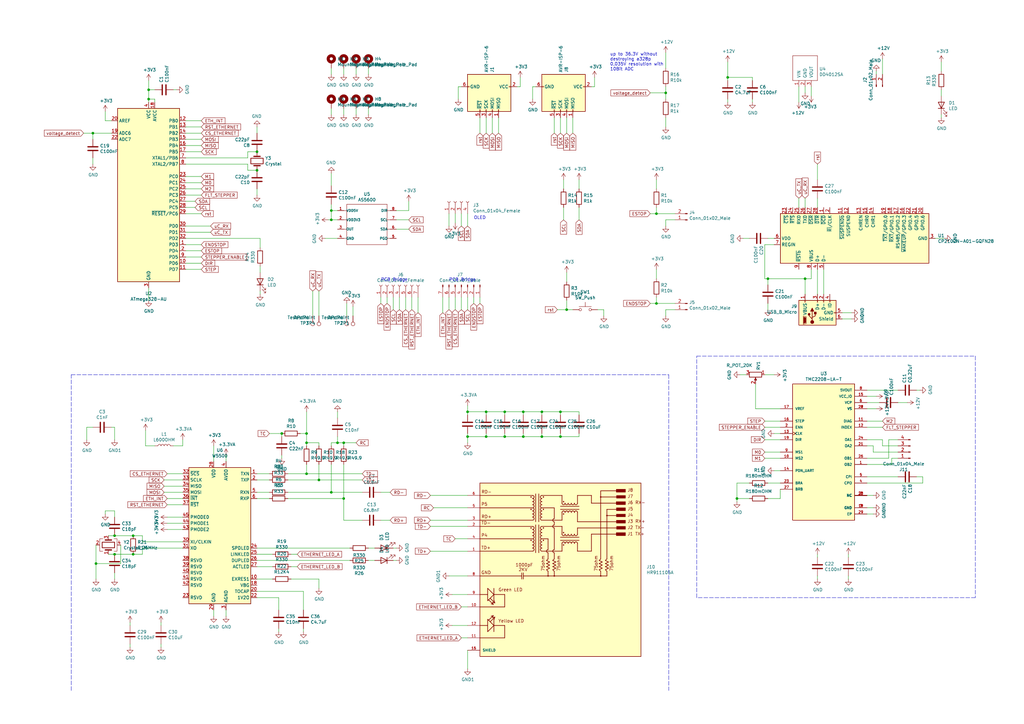
<source format=kicad_sch>
(kicad_sch (version 20211123) (generator eeschema)
  (paper "A3")
  (title_block (title "ETHERSWEEP 3") (rev "3.0.4") (company "github.com/neumi"))
  (junction (at 135.89 86.36))
  (junction (at 269.24 87.63))
  (junction (at 125.73 181.61))
  (junction (at 138.43 181.61))
  (junction (at 214.63 179.07))
  (junction (at 302.26 204.47))
  (junction (at 140.97 181.61))
  (junction (at 105.41 62.23))
  (junction (at 191.77 168.91))
  (junction (at 54.61 227.33))
  (junction (at 125.73 177.8))
  (junction (at 199.39 179.07))
  (junction (at 140.97 204.47))
  (junction (at 130.81 196.85))
  (junction (at 46.99 227.33))
  (junction (at 229.87 179.07))
  (junction (at 39.37 231.14))
  (junction (at 222.25 168.91))
  (junction (at 105.41 69.85))
  (junction (at 207.01 168.91))
  (junction (at 314.96 114.3))
  (junction (at 269.24 124.46))
  (junction (at 199.39 168.91))
  (junction (at 222.25 179.07))
  (junction (at 298.45 31.75))
  (junction (at 60.96 40.64))
  (junction (at 207.01 179.07))
  (junction (at 60.96 36.83))
  (junction (at 214.63 168.91))
  (junction (at 135.89 201.93))
  (junction (at 229.87 168.91))
  (junction (at 232.41 127))
  (junction (at 115.57 177.8))
  (junction (at 46.99 219.71))
  (junction (at 191.77 179.07))
  (junction (at 54.61 219.71))
  (junction (at 125.73 194.31))
  (junction (at 38.1 54.61))
  (junction (at 330.2 114.3))
  (junction (at 135.89 90.17))
  (junction (at 273.05 38.1))
  (wire (pts (xy 101.6 67.31) (xy 101.6 69.85)))
  (wire (pts (xy 266.7 124.46) (xy 269.24 124.46)))
  (wire (pts (xy 330.2 114.3) (xy 330.2 120.65)))
  (wire (pts (xy 227.33 48.26) (xy 227.33 54.61)))
  (wire (pts (xy 330.2 81.28) (xy 330.2 85.09)))
  (wire (pts (xy 111.76 237.49) (xy 105.41 237.49)))
  (wire (pts (xy 184.15 127) (xy 184.15 121.92)))
  (wire (pts (xy 105.41 54.61) (xy 105.41 52.07)))
  (wire (pts (xy 68.58 212.09) (xy 74.93 212.09)))
  (wire (pts (xy 358.14 185.42) (xy 368.3 185.42)))
  (wire (pts (xy 162.56 90.17) (xy 167.64 90.17)))
  (wire (pts (xy 130.81 196.85) (xy 148.59 196.85)))
  (wire (pts (xy 186.69 87.63) (xy 186.69 91.44)))
  (wire (pts (xy 191.77 92.71) (xy 191.77 87.63)))
  (wire (pts (xy 46.99 227.33) (xy 54.61 227.33)))
  (wire (pts (xy 196.85 124.46) (xy 196.85 121.92)))
  (wire (pts (xy 222.25 170.18) (xy 222.25 168.91)))
  (wire (pts (xy 186.69 127) (xy 186.69 121.92)))
  (polyline (pts (xy 29.21 153.67) (xy 274.32 153.67)))
  (wire (pts (xy 74.93 224.79) (xy 58.42 224.79)))
  (wire (pts (xy 124.46 257.81) (xy 124.46 259.08)))
  (wire (pts (xy 269.24 87.63) (xy 276.86 87.63)))
  (wire (pts (xy 76.2 97.79) (xy 106.68 97.79)))
  (wire (pts (xy 135.89 86.36) (xy 138.43 86.36)))
  (wire (pts (xy 191.77 166.37) (xy 191.77 168.91)))
  (wire (pts (xy 189.23 127) (xy 189.23 121.92)))
  (wire (pts (xy 355.6 182.88) (xy 358.14 182.88)))
  (wire (pts (xy 222.25 177.8) (xy 222.25 179.07)))
  (wire (pts (xy 118.11 196.85) (xy 130.81 196.85)))
  (wire (pts (xy 276.86 127) (xy 273.05 127)))
  (wire (pts (xy 60.96 40.64) (xy 60.96 41.91)))
  (wire (pts (xy 214.63 179.07) (xy 222.25 179.07)))
  (wire (pts (xy 110.49 204.47) (xy 105.41 204.47)))
  (wire (pts (xy 135.89 44.45) (xy 135.89 46.99)))
  (wire (pts (xy 361.95 180.34) (xy 361.95 182.88)))
  (wire (pts (xy 146.05 44.45) (xy 146.05 46.99)))
  (wire (pts (xy 364.49 180.34) (xy 364.49 187.96)))
  (wire (pts (xy 171.45 121.92) (xy 171.45 128.27)))
  (wire (pts (xy 355.6 160.02) (xy 368.3 160.02)))
  (wire (pts (xy 59.69 176.53) (xy 59.69 182.88)))
  (polyline (pts (xy 285.75 245.11) (xy 285.75 146.05)))
  (wire (pts (xy 58.42 219.71) (xy 54.61 219.71)))
  (wire (pts (xy 115.57 179.07) (xy 115.57 177.8)))
  (wire (pts (xy 237.49 179.07) (xy 237.49 177.8)))
  (wire (pts (xy 207.01 168.91) (xy 199.39 168.91)))
  (wire (pts (xy 105.41 242.57) (xy 124.46 242.57)))
  (wire (pts (xy 82.55 74.93) (xy 76.2 74.93)))
  (wire (pts (xy 386.08 46.99) (xy 386.08 48.26)))
  (wire (pts (xy 229.87 168.91) (xy 222.25 168.91)))
  (wire (pts (xy 234.95 48.26) (xy 234.95 54.61)))
  (wire (pts (xy 273.05 90.17) (xy 273.05 92.71)))
  (wire (pts (xy 115.57 186.69) (xy 115.57 187.96)))
  (wire (pts (xy 110.49 177.8) (xy 115.57 177.8)))
  (wire (pts (xy 345.44 130.81) (xy 349.25 130.81)))
  (wire (pts (xy 74.93 207.01) (xy 68.58 207.01)))
  (wire (pts (xy 176.53 213.36) (xy 191.77 213.36)))
  (wire (pts (xy 320.04 167.64) (xy 309.88 167.64)))
  (wire (pts (xy 140.97 190.5) (xy 140.97 204.47)))
  (wire (pts (xy 317.5 97.79) (xy 314.96 97.79)))
  (wire (pts (xy 80.01 85.09) (xy 76.2 85.09)))
  (wire (pts (xy 138.43 168.91) (xy 138.43 171.45)))
  (wire (pts (xy 58.42 222.25) (xy 74.93 222.25)))
  (wire (pts (xy 44.45 219.71) (xy 46.99 219.71)))
  (wire (pts (xy 194.31 124.46) (xy 194.31 121.92)))
  (wire (pts (xy 361.95 30.48) (xy 361.95 24.13)))
  (wire (pts (xy 101.6 67.31) (xy 76.2 67.31)))
  (wire (pts (xy 76.2 52.07) (xy 82.55 52.07)))
  (wire (pts (xy 125.73 194.31) (xy 148.59 194.31)))
  (wire (pts (xy 144.78 129.54) (xy 144.78 125.73)))
  (wire (pts (xy 58.42 224.79) (xy 58.42 227.33)))
  (wire (pts (xy 140.97 213.36) (xy 148.59 213.36)))
  (wire (pts (xy 302.26 198.12) (xy 302.26 204.47)))
  (wire (pts (xy 213.36 35.56) (xy 213.36 31.75)))
  (wire (pts (xy 151.13 229.87) (xy 153.67 229.87)))
  (wire (pts (xy 67.31 201.93) (xy 74.93 201.93)))
  (wire (pts (xy 34.29 54.61) (xy 38.1 54.61)))
  (wire (pts (xy 67.31 199.39) (xy 74.93 199.39)))
  (wire (pts (xy 365.76 190.5) (xy 355.6 190.5)))
  (wire (pts (xy 76.2 82.55) (xy 80.01 82.55)))
  (wire (pts (xy 191.77 266.7) (xy 191.77 274.32)))
  (wire (pts (xy 302.26 204.47) (xy 302.26 205.74)))
  (wire (pts (xy 237.49 77.47) (xy 237.49 73.66)))
  (wire (pts (xy 189.23 87.63) (xy 189.23 92.71)))
  (wire (pts (xy 307.34 97.79) (xy 304.8 97.79)))
  (wire (pts (xy 191.77 168.91) (xy 191.77 170.18)))
  (wire (pts (xy 161.29 121.92) (xy 161.29 127)))
  (wire (pts (xy 355.6 165.1) (xy 360.68 165.1)))
  (polyline (pts (xy 400.05 146.05) (xy 400.05 245.11)))
  (wire (pts (xy 327.66 85.09) (xy 327.66 81.28)))
  (wire (pts (xy 49.53 231.14) (xy 39.37 231.14)))
  (wire (pts (xy 232.41 123.19) (xy 232.41 127)))
  (wire (pts (xy 332.74 110.49) (xy 332.74 114.3)))
  (wire (pts (xy 63.5 41.91) (xy 63.5 40.64)))
  (wire (pts (xy 119.38 227.33) (xy 121.92 227.33)))
  (polyline (pts (xy 274.32 153.67) (xy 274.32 283.21)))
  (wire (pts (xy 298.45 40.64) (xy 298.45 41.91)))
  (wire (pts (xy 269.24 77.47) (xy 269.24 73.66)))
  (wire (pts (xy 364.49 187.96) (xy 355.6 187.96)))
  (wire (pts (xy 355.6 180.34) (xy 361.95 180.34)))
  (wire (pts (xy 320.04 193.04) (xy 317.5 193.04)))
  (wire (pts (xy 191.77 121.92) (xy 191.77 127)))
  (wire (pts (xy 101.6 62.23) (xy 101.6 64.77)))
  (wire (pts (xy 332.74 114.3) (xy 330.2 114.3)))
  (wire (pts (xy 218.44 35.56) (xy 218.44 40.64)))
  (wire (pts (xy 378.46 198.12) (xy 378.46 195.58)))
  (wire (pts (xy 345.44 128.27) (xy 349.25 128.27)))
  (wire (pts (xy 177.8 208.28) (xy 191.77 208.28)))
  (wire (pts (xy 191.77 236.22) (xy 184.15 236.22)))
  (wire (pts (xy 303.53 153.67) (xy 306.07 153.67)))
  (wire (pts (xy 156.21 124.46) (xy 156.21 121.92)))
  (wire (pts (xy 71.12 182.88) (xy 74.93 182.88)))
  (wire (pts (xy 163.83 127) (xy 163.83 121.92)))
  (wire (pts (xy 76.2 100.33) (xy 82.55 100.33)))
  (wire (pts (xy 46.99 209.55) (xy 43.18 209.55)))
  (wire (pts (xy 60.96 118.11) (xy 60.96 123.19)))
  (wire (pts (xy 125.73 182.88) (xy 125.73 181.61)))
  (wire (pts (xy 76.2 49.53) (xy 82.55 49.53)))
  (wire (pts (xy 229.87 48.26) (xy 229.87 54.61)))
  (wire (pts (xy 114.3 257.81) (xy 114.3 259.08)))
  (wire (pts (xy 313.69 153.67) (xy 317.5 153.67)))
  (wire (pts (xy 39.37 223.52) (xy 39.37 231.14)))
  (wire (pts (xy 335.28 73.66) (xy 335.28 67.31)))
  (wire (pts (xy 199.39 168.91) (xy 191.77 168.91)))
  (wire (pts (xy 106.68 119.38) (xy 106.68 120.65)))
  (wire (pts (xy 269.24 124.46) (xy 276.86 124.46)))
  (wire (pts (xy 38.1 54.61) (xy 45.72 54.61)))
  (wire (pts (xy 222.25 168.91) (xy 214.63 168.91)))
  (wire (pts (xy 231.14 77.47) (xy 231.14 73.66)))
  (wire (pts (xy 140.97 181.61) (xy 146.05 181.61)))
  (wire (pts (xy 207.01 177.8) (xy 207.01 179.07)))
  (wire (pts (xy 35.56 180.34) (xy 35.56 175.26)))
  (wire (pts (xy 161.29 229.87) (xy 162.56 229.87)))
  (wire (pts (xy 105.41 77.47) (xy 105.41 80.01)))
  (wire (pts (xy 135.89 83.82) (xy 135.89 86.36)))
  (wire (pts (xy 320.04 204.47) (xy 314.96 204.47)))
  (wire (pts (xy 135.89 76.2) (xy 135.89 71.12)))
  (wire (pts (xy 214.63 170.18) (xy 214.63 168.91)))
  (wire (pts (xy 191.77 261.62) (xy 189.23 261.62)))
  (wire (pts (xy 302.26 198.12) (xy 307.34 198.12)))
  (wire (pts (xy 313.69 100.33) (xy 313.69 114.3)))
  (wire (pts (xy 38.1 54.61) (xy 38.1 57.15)))
  (wire (pts (xy 58.42 219.71) (xy 58.42 222.25)))
  (wire (pts (xy 140.97 204.47) (xy 140.97 213.36)))
  (wire (pts (xy 347.98 227.33) (xy 347.98 228.6)))
  (wire (pts (xy 119.38 232.41) (xy 121.92 232.41)))
  (wire (pts (xy 229.87 177.8) (xy 229.87 179.07)))
  (wire (pts (xy 138.43 90.17) (xy 135.89 90.17)))
  (wire (pts (xy 269.24 87.63) (xy 269.24 85.09)))
  (wire (pts (xy 63.5 40.64) (xy 60.96 40.64)))
  (wire (pts (xy 156.21 201.93) (xy 160.02 201.93)))
  (wire (pts (xy 158.75 124.46) (xy 158.75 121.92)))
  (wire (pts (xy 359.41 30.48) (xy 359.41 29.21)))
  (wire (pts (xy 86.36 95.25) (xy 76.2 95.25)))
  (wire (pts (xy 313.69 172.72) (xy 320.04 172.72)))
  (wire (pts (xy 45.72 175.26) (xy 46.99 175.26)))
  (wire (pts (xy 166.37 127) (xy 166.37 121.92)))
  (wire (pts (xy 213.36 35.56) (xy 212.09 35.56)))
  (wire (pts (xy 273.05 38.1) (xy 273.05 40.64)))
  (wire (pts (xy 125.73 177.8) (xy 125.73 181.61)))
  (wire (pts (xy 320.04 175.26) (xy 313.69 175.26)))
  (wire (pts (xy 176.53 215.9) (xy 191.77 215.9)))
  (wire (pts (xy 191.77 179.07) (xy 191.77 181.61)))
  (wire (pts (xy 76.2 87.63) (xy 82.55 87.63)))
  (wire (pts (xy 308.61 31.75) (xy 308.61 33.02)))
  (wire (pts (xy 355.6 208.28) (xy 358.14 208.28)))
  (wire (pts (xy 335.28 120.65) (xy 335.28 110.49)))
  (wire (pts (xy 243.84 35.56) (xy 243.84 31.75)))
  (wire (pts (xy 76.2 59.69) (xy 82.55 59.69)))
  (wire (pts (xy 130.81 181.61) (xy 130.81 182.88)))
  (wire (pts (xy 43.18 49.53) (xy 43.18 45.72)))
  (wire (pts (xy 125.73 168.91) (xy 125.73 177.8)))
  (wire (pts (xy 269.24 114.3) (xy 269.24 110.49)))
  (wire (pts (xy 82.55 54.61) (xy 76.2 54.61)))
  (wire (pts (xy 232.41 115.57) (xy 232.41 111.76)))
  (wire (pts (xy 228.6 127) (xy 232.41 127)))
  (wire (pts (xy 186.69 220.98) (xy 191.77 220.98)))
  (wire (pts (xy 247.65 127) (xy 247.65 129.54)))
  (wire (pts (xy 74.93 194.31) (xy 68.58 194.31)))
  (wire (pts (xy 355.6 167.64) (xy 359.41 167.64)))
  (wire (pts (xy 298.45 31.75) (xy 308.61 31.75)))
  (wire (pts (xy 156.21 213.36) (xy 160.02 213.36)))
  (wire (pts (xy 229.87 170.18) (xy 229.87 168.91)))
  (wire (pts (xy 60.96 36.83) (xy 63.5 36.83)))
  (wire (pts (xy 355.6 175.26) (xy 361.95 175.26)))
  (wire (pts (xy 214.63 177.8) (xy 214.63 179.07)))
  (wire (pts (xy 167.64 86.36) (xy 167.64 82.55)))
  (wire (pts (xy 135.89 201.93) (xy 148.59 201.93)))
  (wire (pts (xy 298.45 31.75) (xy 298.45 25.4)))
  (wire (pts (xy 135.89 27.94) (xy 135.89 30.48)))
  (wire (pts (xy 199.39 48.26) (xy 199.39 54.61)))
  (wire (pts (xy 76.2 92.71) (xy 86.36 92.71)))
  (wire (pts (xy 49.53 223.52) (xy 49.53 231.14)))
  (wire (pts (xy 314.96 114.3) (xy 314.96 116.84)))
  (wire (pts (xy 138.43 97.79) (xy 133.35 97.79)))
  (wire (pts (xy 76.2 102.87) (xy 82.55 102.87)))
  (wire (pts (xy 82.55 57.15) (xy 76.2 57.15)))
  (wire (pts (xy 119.38 237.49) (xy 130.81 237.49)))
  (wire (pts (xy 383.54 97.79) (xy 387.35 97.79)))
  (wire (pts (xy 337.82 110.49) (xy 337.82 120.65)))
  (wire (pts (xy 355.6 203.2) (xy 358.14 203.2)))
  (wire (pts (xy 128.27 129.54) (xy 128.27 119.38)))
  (wire (pts (xy 105.41 62.23) (xy 101.6 62.23)))
  (wire (pts (xy 43.18 209.55) (xy 43.18 210.82)))
  (wire (pts (xy 38.1 64.77) (xy 38.1 67.31)))
  (wire (pts (xy 118.11 201.93) (xy 135.89 201.93)))
  (wire (pts (xy 176.53 226.06) (xy 191.77 226.06)))
  (wire (pts (xy 191.77 177.8) (xy 191.77 179.07)))
  (wire (pts (xy 314.96 198.12) (xy 320.04 198.12)))
  (wire (pts (xy 201.93 54.61) (xy 201.93 48.26)))
  (wire (pts (xy 45.72 49.53) (xy 43.18 49.53)))
  (wire (pts (xy 71.12 36.83) (xy 72.39 36.83)))
  (wire (pts (xy 332.74 35.56) (xy 332.74 39.37)))
  (wire (pts (xy 76.2 105.41) (xy 82.55 105.41)))
  (wire (pts (xy 314.96 124.46) (xy 314.96 127)))
  (wire (pts (xy 140.97 44.45) (xy 140.97 46.99)))
  (wire (pts (xy 355.6 162.56) (xy 359.41 162.56)))
  (wire (pts (xy 313.69 187.96) (xy 320.04 187.96)))
  (wire (pts (xy 59.69 182.88) (xy 63.5 182.88)))
  (wire (pts (xy 214.63 168.91) (xy 207.01 168.91)))
  (wire (pts (xy 74.93 182.88) (xy 74.93 180.34)))
  (wire (pts (xy 135.89 182.88) (xy 135.89 181.61)))
  (wire (pts (xy 176.53 203.2) (xy 191.77 203.2)))
  (wire (pts (xy 237.49 90.17) (xy 237.49 85.09)))
  (wire (pts (xy 135.89 90.17) (xy 134.62 90.17)))
  (wire (pts (xy 196.85 48.26) (xy 196.85 54.61)))
  (wire (pts (xy 237.49 168.91) (xy 229.87 168.91)))
  (wire (pts (xy 146.05 27.94) (xy 146.05 30.48)))
  (wire (pts (xy 232.41 54.61) (xy 232.41 48.26)))
  (wire (pts (xy 269.24 124.46) (xy 269.24 121.92)))
  (wire (pts (xy 106.68 109.22) (xy 106.68 111.76)))
  (wire (pts (xy 135.89 190.5) (xy 135.89 201.93)))
  (wire (pts (xy 35.56 175.26) (xy 38.1 175.26)))
  (wire (pts (xy 87.63 182.88) (xy 87.63 189.23)))
  (wire (pts (xy 105.41 224.79) (xy 143.51 224.79)))
  (wire (pts (xy 66.04 264.16) (xy 66.04 265.43)))
  (wire (pts (xy 138.43 179.07) (xy 138.43 181.61)))
  (wire (pts (xy 60.96 36.83) (xy 60.96 33.02)))
  (wire (pts (xy 298.45 31.75) (xy 298.45 33.02)))
  (wire (pts (xy 123.19 177.8) (xy 125.73 177.8)))
  (wire (pts (xy 46.99 219.71) (xy 54.61 219.71)))
  (wire (pts (xy 327.66 35.56) (xy 327.66 41.91)))
  (wire (pts (xy 335.28 236.22) (xy 335.28 237.49)))
  (wire (pts (xy 162.56 86.36) (xy 167.64 86.36)))
  (wire (pts (xy 60.96 36.83) (xy 60.96 40.64)))
  (wire (pts (xy 66.04 255.27) (xy 66.04 256.54)))
  (wire (pts (xy 386.08 29.21) (xy 386.08 25.4)))
  (wire (pts (xy 317.5 100.33) (xy 313.69 100.33)))
  (wire (pts (xy 124.46 242.57) (xy 124.46 250.19)))
  (wire (pts (xy 355.6 172.72) (xy 361.95 172.72)))
  (wire (pts (xy 44.45 227.33) (xy 46.99 227.33)))
  (wire (pts (xy 135.89 90.17) (xy 135.89 86.36)))
  (wire (pts (xy 105.41 229.87) (xy 143.51 229.87)))
  (wire (pts (xy 314.96 114.3) (xy 330.2 114.3)))
  (wire (pts (xy 191.77 248.92) (xy 189.23 248.92)))
  (wire (pts (xy 46.99 212.09) (xy 46.99 209.55)))
  (wire (pts (xy 309.88 167.64) (xy 309.88 157.48)))
  (wire (pts (xy 87.63 250.19) (xy 87.63 252.73)))
  (wire (pts (xy 138.43 181.61) (xy 140.97 181.61)))
  (wire (pts (xy 76.2 110.49) (xy 82.55 110.49)))
  (wire (pts (xy 273.05 48.26) (xy 273.05 52.07)))
  (wire (pts (xy 105.41 194.31) (xy 110.49 194.31)))
  (wire (pts (xy 161.29 224.79) (xy 162.56 224.79)))
  (wire (pts (xy 168.91 127) (xy 168.91 121.92)))
  (wire (pts (xy 330.2 35.56) (xy 330.2 38.1)))
  (wire (pts (xy 82.55 107.95) (xy 76.2 107.95)))
  (wire (pts (xy 105.41 69.85) (xy 101.6 69.85)))
  (wire (pts (xy 140.97 181.61) (xy 140.97 182.88)))
  (wire (pts (xy 92.71 250.19) (xy 92.71 252.73)))
  (wire (pts (xy 347.98 236.22) (xy 347.98 237.49)))
  (wire (pts (xy 307.34 204.47) (xy 302.26 204.47)))
  (wire (pts (xy 222.25 179.07) (xy 229.87 179.07)))
  (wire (pts (xy 76.2 80.01) (xy 82.55 80.01)))
  (wire (pts (xy 118.11 204.47) (xy 140.97 204.47)))
  (wire (pts (xy 375.92 160.02) (xy 377.19 160.02)))
  (wire (pts (xy 68.58 214.63) (xy 74.93 214.63)))
  (wire (pts (xy 364.49 180.34) (xy 368.3 180.34)))
  (wire (pts (xy 135.89 181.61) (xy 138.43 181.61)))
  (wire (pts (xy 313.69 114.3) (xy 314.96 114.3)))
  (wire (pts (xy 92.71 186.69) (xy 92.71 189.23)))
  (wire (pts (xy 68.58 217.17) (xy 74.93 217.17)))
  (wire (pts (xy 368.3 195.58) (xy 355.6 195.58)))
  (wire (pts (xy 358.14 182.88) (xy 358.14 185.42)))
  (polyline (pts (xy 285.75 146.05) (xy 400.05 146.05)))
  (wire (pts (xy 39.37 231.14) (xy 39.37 237.49)))
  (wire (pts (xy 130.81 119.38) (xy 130.81 129.54)))
  (wire (pts (xy 191.77 179.07) (xy 199.39 179.07)))
  (wire (pts (xy 335.28 85.09) (xy 335.28 81.28)))
  (wire (pts (xy 320.04 204.47) (xy 320.04 200.66)))
  (wire (pts (xy 308.61 40.64) (xy 308.61 41.91)))
  (wire (pts (xy 53.34 255.27) (xy 53.34 256.54)))
  (wire (pts (xy 187.96 35.56) (xy 187.96 40.64)))
  (wire (pts (xy 76.2 64.77) (xy 101.6 64.77)))
  (wire (pts (xy 335.28 227.33) (xy 335.28 228.6)))
  (wire (pts (xy 53.34 264.16) (xy 53.34 265.43)))
  (wire (pts (xy 378.46 195.58) (xy 375.92 195.58)))
  (wire (pts (xy 76.2 77.47) (xy 82.55 77.47)))
  (polyline (pts (xy 400.05 245.11) (xy 285.75 245.11)))
  (wire (pts (xy 365.76 187.96) (xy 365.76 190.5)))
  (wire (pts (xy 184.15 87.63) (xy 184.15 92.71)))
  (wire (pts (xy 125.73 190.5) (xy 125.73 194.31)))
  (wire (pts (xy 130.81 237.49) (xy 130.81 241.3)))
  (wire (pts (xy 199.39 170.18) (xy 199.39 168.91)))
  (wire (pts (xy 199.39 177.8) (xy 199.39 179.07)))
  (wire (pts (xy 276.86 90.17) (xy 273.05 90.17)))
  (wire (pts (xy 142.24 129.54) (xy 142.24 124.46)))
  (wire (pts (xy 368.3 187.96) (xy 365.76 187.96)))
  (wire (pts (xy 355.6 198.12) (xy 378.46 198.12)))
  (polyline (pts (xy 29.21 283.21) (xy 29.21 153.67)))
  (wire (pts (xy 229.87 179.07) (xy 237.49 179.07)))
  (wire (pts (xy 219.71 35.56) (xy 218.44 35.56)))
  (wire (pts (xy 368.3 165.1) (xy 372.11 165.1)))
  (wire (pts (xy 273.05 127) (xy 273.05 129.54)))
  (wire (pts (xy 231.14 85.09) (xy 231.14 90.17)))
  (wire (pts (xy 140.97 27.94) (xy 140.97 30.48)))
  (wire (pts (xy 361.95 182.88) (xy 368.3 182.88)))
  (wire (pts (xy 106.68 97.79) (xy 106.68 101.6)))
  (wire (pts (xy 273.05 27.94) (xy 273.05 21.59)))
  (wire (pts (xy 46.99 175.26) (xy 46.99 180.34)))
  (wire (pts (xy 114.3 245.11) (xy 114.3 250.19)))
  (wire (pts (xy 130.81 190.5) (xy 130.81 196.85)))
  (wire (pts (xy 207.01 179.07) (xy 214.63 179.07)))
  (wire (pts (xy 243.84 35.56) (xy 242.57 35.56)))
  (wire (pts (xy 204.47 48.26) (xy 204.47 54.61)))
  (wire (pts (xy 151.13 224.79) (xy 153.67 224.79)))
  (wire (pts (xy 125.73 181.61) (xy 130.81 181.61)))
  (wire (pts (xy 355.6 210.82) (xy 358.14 210.82)))
  (wire (pts (xy 320.04 180.34) (xy 313.69 180.34)))
  (wire (pts (xy 189.23 35.56) (xy 187.96 35.56)))
  (wire (pts (xy 237.49 170.18) (xy 237.49 168.91)))
  (wire (pts (xy 54.61 227.33) (xy 58.42 227.33)))
  (wire (pts (xy 151.13 27.94) (xy 151.13 30.48)))
  (wire (pts (xy 76.2 62.23) (xy 82.55 62.23)))
  (wire (pts (xy 266.7 87.63) (xy 269.24 87.63)))
  (wire (pts (xy 185.42 243.84) (xy 191.77 243.84)))
  (wire (pts (xy 181.61 121.92) (xy 181.61 128.27)))
  (wire (pts (xy 105.41 227.33) (xy 111.76 227.33)))
  (wire (pts (xy 151.13 44.45) (xy 151.13 46.99)))
  (wire (pts (xy 320.04 185.42) (xy 313.69 185.42)))
  (wire (pts (xy 167.64 93.98) (xy 162.56 93.98)))
  (wire (pts (xy 245.11 127) (xy 247.65 127)))
  (wire (pts (xy 118.11 194.31) (xy 125.73 194.31)))
  (wire (pts (xy 199.39 179.07) (xy 207.01 179.07)))
  (wire (pts (xy 266.7 38.1) (xy 273.05 38.1)))
  (wire (pts (xy 232.41 127) (xy 234.95 127)))
  (wire (pts (xy 105.41 232.41) (xy 111.76 232.41)))
  (wire (pts (xy 46.99 234.95) (xy 46.99 237.49)))
  (wire (pts (xy 320.04 177.8) (xy 317.5 177.8)))
  (wire (pts (xy 76.2 72.39) (xy 82.55 72.39)))
  (wire (pts (xy 67.31 196.85) (xy 74.93 196.85)))
  (wire (pts (xy 105.41 201.93) (xy 110.49 201.93)))
  (wire (pts (xy 110.49 196.85) (xy 105.41 196.85)))
  (wire (pts (xy 185.42 256.54) (xy 191.77 256.54)))
  (wire (pts (xy 105.41 245.11) (xy 114.3 245.11)))
  (wire (pts (xy 386.08 36.83) (xy 386.08 39.37)))
  (wire (pts (xy 207.01 170.18) (xy 207.01 168.91)))
  (wire (pts (xy 74.93 204.47) (xy 68.58 204.47)))
  (wire (pts (xy 273.05 35.56) (xy 273.05 38.1)))
  (text "OLED" (at 194.31 90.17 0) (effects (font (size 1.27 1.27)) (justify left bottom)))
  (text "PCB Bridge" (at 184.15 115.57 0) (effects (font (size 1.27 1.27)) (justify left bottom)))
  (text "up to 36.3V without \ndestroying a328p \n0,035V resolution with \n10Bit ADC" (at 250.19 29.21 0) (effects (font (size 1.27 1.27)) (justify left bottom)))
  (text "PCB Bridge" (at 156.21 115.57 0) (effects (font (size 1.27 1.27)) (justify left bottom)))
  (global_label "ETH_INT" (shape input) (at 82.55 49.53 0) (property "Intersheet References" "${INTERSHEET_REFS}" (effects hide)))
  (global_label "ENDSTOP" (shape input) (at 82.55 100.33 0) (property "Intersheet References" "${INTERSHEET_REFS}" (effects hide)))
  (global_label "M2" (shape input) (at 82.55 77.47 0) (property "Intersheet References" "${INTERSHEET_REFS}" (effects hide)))
  (global_label "CS_ETHERNET" (shape input) (at 186.69 127 270) (property "Intersheet References" "${INTERSHEET_REFS}" (effects hide)))
  (global_label "DIR" (shape input) (at 313.69 180.34 180) (property "Intersheet References" "${INTERSHEET_REFS}" (effects hide)))
  (global_label "TD-" (shape input) (at 148.59 194.31 0) (property "Intersheet References" "${INTERSHEET_REFS}" (effects hide)))
  (global_label "RST_ETHERNET" (shape input) (at 68.58 207.01 180) (property "Intersheet References" "${INTERSHEET_REFS}" (effects hide)))
  (global_label "TC" (shape input) (at 186.69 220.98 180) (property "Intersheet References" "${INTERSHEET_REFS}" (effects hide)))
  (global_label "MOSI" (shape input) (at 232.41 54.61 270) (property "Intersheet References" "${INTERSHEET_REFS}" (effects hide)))
  (global_label "M2" (shape input) (at 361.95 172.72 0) (property "Intersheet References" "${INTERSHEET_REFS}" (effects hide)))
  (global_label "rst" (shape input) (at 196.85 54.61 270) (property "Intersheet References" "${INTERSHEET_REFS}" (effects hide)))
  (global_label "STEP" (shape input) (at 313.69 172.72 180) (property "Intersheet References" "${INTERSHEET_REFS}" (effects hide)))
  (global_label "SCL" (shape input) (at 191.77 127 270) (property "Intersheet References" "${INTERSHEET_REFS}" (effects hide)))
  (global_label "TD+" (shape input) (at 176.53 226.06 180) (property "Intersheet References" "${INTERSHEET_REFS}" (effects hide)))
  (global_label "MOSI" (shape input) (at 201.93 54.61 270) (property "Intersheet References" "${INTERSHEET_REFS}" (effects hide)))
  (global_label "ESTOP" (shape input) (at 82.55 102.87 0) (property "Intersheet References" "${INTERSHEET_REFS}" (effects hide)))
  (global_label "TD+" (shape input) (at 148.59 196.85 0) (property "Intersheet References" "${INTERSHEET_REFS}" (effects hide)))
  (global_label "RC" (shape input) (at 177.8 208.28 180) (property "Intersheet References" "${INTERSHEET_REFS}" (effects hide)))
  (global_label "M0" (shape input) (at 82.55 74.93 0) (property "Intersheet References" "${INTERSHEET_REFS}" (effects hide)))
  (global_label "ENDSTOP" (shape input) (at 194.31 124.46 270) (property "Intersheet References" "${INTERSHEET_REFS}" (effects hide)))
  (global_label "MISO" (shape input) (at 204.47 54.61 270) (property "Intersheet References" "${INTERSHEET_REFS}" (effects hide)))
  (global_label "SCK" (shape input) (at 67.31 196.85 180) (property "Intersheet References" "${INTERSHEET_REFS}" (effects hide)))
  (global_label "FLT_STEPPER" (shape input) (at 361.95 175.26 0) (property "Intersheet References" "${INTERSHEET_REFS}" (effects hide)))
  (global_label "STEP" (shape input) (at 82.55 110.49 0) (property "Intersheet References" "${INTERSHEET_REFS}" (effects hide)))
  (global_label "RST_ETHERNET" (shape input) (at 168.91 127 270) (property "Intersheet References" "${INTERSHEET_REFS}" (effects hide)))
  (global_label "RD+" (shape input) (at 160.02 213.36 0) (property "Intersheet References" "${INTERSHEET_REFS}" (effects hide)))
  (global_label "uC_TX" (shape input) (at 130.81 119.38 90) (property "Intersheet References" "${INTERSHEET_REFS}" (effects hide)))
  (global_label "ETHERNET_LED_A" (shape input) (at 189.23 261.62 180) (property "Intersheet References" "${INTERSHEET_REFS}" (effects hide)))
  (global_label "ETH_INT" (shape input) (at 68.58 204.47 180) (property "Intersheet References" "${INTERSHEET_REFS}" (effects hide)))
  (global_label "RST_ETHERNET" (shape input) (at 82.55 52.07 0) (property "Intersheet References" "${INTERSHEET_REFS}" (effects hide)))
  (global_label "DIR" (shape input) (at 82.55 107.95 0) (property "Intersheet References" "${INTERSHEET_REFS}" (effects hide)))
  (global_label "SDA" (shape input) (at 163.83 127 270) (property "Intersheet References" "${INTERSHEET_REFS}" (effects hide)))
  (global_label "ESTOP" (shape input) (at 196.85 124.46 270) (property "Intersheet References" "${INTERSHEET_REFS}" (effects hide)))
  (global_label "uC_RX" (shape input) (at 86.36 92.71 0) (property "Intersheet References" "${INTERSHEET_REFS}" (effects hide)))
  (global_label "RD+" (shape input) (at 176.53 213.36 180) (property "Intersheet References" "${INTERSHEET_REFS}" (effects hide)))
  (global_label "uC_RX" (shape input) (at 330.2 81.28 90) (property "Intersheet References" "${INTERSHEET_REFS}" (effects hide)))
  (global_label "STEPPER_ENABLE" (shape input) (at 313.69 175.26 180) (property "Intersheet References" "${INTERSHEET_REFS}" (effects hide)))
  (global_label "MISO" (shape input) (at 67.31 199.39 180) (property "Intersheet References" "${INTERSHEET_REFS}" (effects hide)))
  (global_label "voltage_detect" (shape input) (at 266.7 38.1 180) (property "Intersheet References" "${INTERSHEET_REFS}" (effects hide)))
  (global_label "SDA" (shape input) (at 167.64 93.98 0) (property "Intersheet References" "${INTERSHEET_REFS}" (effects hide)))
  (global_label "ETH_INT" (shape input) (at 181.61 128.27 270) (property "Intersheet References" "${INTERSHEET_REFS}" (effects hide)))
  (global_label "M0" (shape input) (at 313.69 185.42 180) (property "Intersheet References" "${INTERSHEET_REFS}" (effects hide)))
  (global_label "SCK" (shape input) (at 229.87 54.61 270) (property "Intersheet References" "${INTERSHEET_REFS}" (effects hide)))
  (global_label "rst" (shape input) (at 335.28 67.31 90) (property "Intersheet References" "${INTERSHEET_REFS}" (effects hide)))
  (global_label "voltage_detect" (shape input) (at 34.29 54.61 180) (property "Intersheet References" "${INTERSHEET_REFS}" (effects hide)))
  (global_label "CS_ETHERNET" (shape input) (at 82.55 54.61 0) (property "Intersheet References" "${INTERSHEET_REFS}" (effects hide)))
  (global_label "FLT_STEPPER" (shape input) (at 82.55 80.01 0) (property "Intersheet References" "${INTERSHEET_REFS}" (effects hide)))
  (global_label "SDA" (shape input) (at 237.49 90.17 270) (property "Intersheet References" "${INTERSHEET_REFS}" (effects hide)))
  (global_label "SCL" (shape input) (at 231.14 90.17 270) (property "Intersheet References" "${INTERSHEET_REFS}" (effects hide)))
  (global_label "ENDSTOP" (shape input) (at 158.75 124.46 270) (property "Intersheet References" "${INTERSHEET_REFS}" (effects hide)))
  (global_label "SCL" (shape input) (at 167.64 90.17 0) (property "Intersheet References" "${INTERSHEET_REFS}" (effects hide)))
  (global_label "rst" (shape input) (at 82.55 87.63 0) (property "Intersheet References" "${INTERSHEET_REFS}" (effects hide)))
  (global_label "CS_ETHERNET" (shape input) (at 166.37 127 270) (property "Intersheet References" "${INTERSHEET_REFS}" (effects hide)))
  (global_label "M1" (shape input) (at 82.55 72.39 0) (property "Intersheet References" "${INTERSHEET_REFS}" (effects hide)))
  (global_label "STEPPER_ENABLE" (shape input) (at 82.55 105.41 0) (property "Intersheet References" "${INTERSHEET_REFS}" (effects hide)))
  (global_label "uC_RX" (shape input) (at 128.27 119.38 90) (property "Intersheet References" "${INTERSHEET_REFS}" (effects hide)))
  (global_label "SCK" (shape input) (at 199.39 54.61 270) (property "Intersheet References" "${INTERSHEET_REFS}" (effects hide)))
  (global_label "MISO" (shape input) (at 82.55 59.69 0) (property "Intersheet References" "${INTERSHEET_REFS}" (effects hide)))
  (global_label "MOSI" (shape input) (at 67.31 201.93 180) (property "Intersheet References" "${INTERSHEET_REFS}" (effects hide)))
  (global_label "ESTOP" (shape input) (at 266.7 87.63 180) (property "Intersheet References" "${INTERSHEET_REFS}" (effects hide)))
  (global_label "CS_ETHERNET" (shape input) (at 68.58 194.31 180) (property "Intersheet References" "${INTERSHEET_REFS}" (effects hide)))
  (global_label "MISO" (shape input) (at 234.95 54.61 270) (property "Intersheet References" "${INTERSHEET_REFS}" (effects hide)))
  (global_label "rst" (shape input) (at 228.6 127 180) (property "Intersheet References" "${INTERSHEET_REFS}" (effects hide)))
  (global_label "TD-" (shape input) (at 176.53 215.9 180) (property "Intersheet References" "${INTERSHEET_REFS}" (effects hide)))
  (global_label "SDA" (shape input) (at 189.23 127 270) (property "Intersheet References" "${INTERSHEET_REFS}" (effects hide)))
  (global_label "ETHERNET_LED_B" (shape input) (at 121.92 232.41 0) (property "Intersheet References" "${INTERSHEET_REFS}" (effects hide)))
  (global_label "RST_ETHERNET" (shape input) (at 184.15 127 270) (property "Intersheet References" "${INTERSHEET_REFS}" (effects hide)))
  (global_label "rst" (shape input) (at 227.33 54.61 270) (property "Intersheet References" "${INTERSHEET_REFS}" (effects hide)))
  (global_label "RC" (shape input) (at 146.05 181.61 0) (property "Intersheet References" "${INTERSHEET_REFS}" (effects hide)))
  (global_label "MOSI" (shape input) (at 82.55 57.15 0) (property "Intersheet References" "${INTERSHEET_REFS}" (effects hide)))
  (global_label "uC_TX" (shape input) (at 327.66 81.28 90) (property "Intersheet References" "${INTERSHEET_REFS}" (effects hide)))
  (global_label "SCL" (shape input) (at 189.23 92.71 270) (property "Intersheet References" "${INTERSHEET_REFS}" (effects hide)))
  (global_label "SDA" (shape input) (at 191.77 92.71 270) (property "Intersheet References" "${INTERSHEET_REFS}" (effects hide)))
  (global_label "uC_TX" (shape input) (at 86.36 95.25 0) (property "Intersheet References" "${INTERSHEET_REFS}" (effects hide)))
  (global_label "SDA" (shape input) (at 80.01 82.55 0) (property "Intersheet References" "${INTERSHEET_REFS}" (effects hide)))
  (global_label "ENDSTOP" (shape input) (at 266.7 124.46 180) (property "Intersheet References" "${INTERSHEET_REFS}" (effects hide)))
  (global_label "SCL" (shape input) (at 161.29 127 270) (property "Intersheet References" "${INTERSHEET_REFS}" (effects hide)))
  (global_label "SCL" (shape input) (at 80.01 85.09 0) (property "Intersheet References" "${INTERSHEET_REFS}" (effects hide)))
  (global_label "M1" (shape input) (at 313.69 187.96 180) (property "Intersheet References" "${INTERSHEET_REFS}" (effects hide)))
  (global_label "ETHERNET_LED_B" (shape input) (at 189.23 248.92 180) (property "Intersheet References" "${INTERSHEET_REFS}" (effects hide)))
  (global_label "ETH_INT" (shape input) (at 171.45 128.27 270) (property "Intersheet References" "${INTERSHEET_REFS}" (effects hide)))
  (global_label "RD-" (shape input) (at 176.53 203.2 180) (property "Intersheet References" "${INTERSHEET_REFS}" (effects hide)))
  (global_label "RD-" (shape input) (at 160.02 201.93 0) (property "Intersheet References" "${INTERSHEET_REFS}" (effects hide)))
  (global_label "ETHERNET_LED_A" (shape input) (at 121.92 227.33 0) (property "Intersheet References" "${INTERSHEET_REFS}" (effects hide)))
  (global_label "TC" (shape input) (at 110.49 177.8 180) (property "Intersheet References" "${INTERSHEET_REFS}" (effects hide)))
  (global_label "ESTOP" (shape input) (at 156.21 124.46 270) (property "Intersheet References" "${INTERSHEET_REFS}" (effects hide)))
  (global_label "SCK" (shape input) (at 82.55 62.23 0) (property "Intersheet References" "${INTERSHEET_REFS}" (effects hide)))
  (symbol (lib_id "power:GND") (at 184.15 92.71 0) (unit 1)
    (property "Reference" "#PWR0124" (effects hide))
    (property "Value" "GND" (at 184.277 97.1042 0))
  )
  (symbol (lib_id "Device:Crystal") (at 105.41 66.04 90) (unit 1)
    (property "Reference" "Y3" (at 108.7374 64.8716 90) (effects (justify right)))
    (property "Value" "Crystal" (at 108.7374 67.183 90) (effects (justify right)))
    (property "Footprint" "Crystal:Crystal_SMD_5032-2Pin_5.0x3.2mm" (effects hide))
    (property "LCSC" "C115962" (effects hide))
  )
  (symbol (lib_id "power:GND") (at 273.05 52.07 0) (unit 1)
    (property "Reference" "#PWR0182" (effects hide))
    (property "Value" "GND" (at 273.177 56.4642 0))
  )
  (symbol (lib_id "Device:R") (at 273.05 44.45 0) (unit 1)
    (property "Reference" "R17" (at 274.828 43.2816 0) (effects (justify left)))
    (property "Value" "R1k" (at 274.828 45.593 0) (effects (justify left)))
    (property "Footprint" "Resistor_SMD:R_0603_1608Metric" (effects hide))
    (property "LCSC" "C21190" (effects hide))
  )
  (symbol (lib_id "Device:R") (at 273.05 31.75 0) (unit 1)
    (property "Reference" "R16" (at 274.828 30.5816 0) (effects (justify left)))
    (property "Value" "R10k" (at 274.828 32.893 0) (effects (justify left)))
    (property "Footprint" "Resistor_SMD:R_0603_1608Metric" (effects hide))
    (property "LCSC" "C25804" (effects hide))
  )
  (symbol (lib_id "Device:C") (at 298.45 36.83 0) (unit 1)
    (property "Reference" "C2" (at 301.371 35.6616 0) (effects (justify left)))
    (property "Value" "C4.7uF" (at 301.371 37.973 0) (effects (justify left)))
    (property "Footprint" "Capacitor_SMD:C_1206_3216Metric" (effects hide))
    (property "LCSC" "C29823" (effects hide))
  )
  (symbol (lib_id "Connector:TestPoint") (at 144.78 129.54 180) (unit 1)
    (property "Reference" "TP1" (at 143.3068 132.5372 0) (effects (justify left)))
    (property "Value" "TestPoint" (at 143.3068 130.2258 0) (effects (justify left)))
    (property "Footprint" "TestPoint:TestPoint_Pad_D2.0mm" (effects hide))
  )
  (symbol (lib_id "Connector:TestPoint") (at 142.24 129.54 180) (unit 1)
    (property "Reference" "TP2" (at 140.7668 132.5372 0) (effects (justify left)))
    (property "Value" "TestPoint" (at 140.7668 130.2258 0) (effects (justify left)))
    (property "Footprint" "TestPoint:TestPoint_Pad_D2.0mm" (effects hide))
  )
  (symbol (lib_id "MCU_Microchip_ATmega:ATmega328-AU") (at 60.96 80.01 0) (unit 1)
    (property "Reference" "U2" (at 60.96 120.3706 0))
    (property "Value" "ATmega328-AU" (at 60.96 122.682 0))
    (property "Footprint" "Package_QFP:TQFP-32_7x7mm_P0.8mm" (effects hide))
    (property "Datasheet" "http://ww1.microchip.com/downloads/en/DeviceDoc/ATmega328_P%20AVR%20MCU%20with%20picoPower%20Technology%20Data%20Sheet%2040001984A.pdf" (effects hide))
    (property "LCSC" "C14877" (effects hide))
  )
  (symbol (lib_id "power:+12V") (at 273.05 21.59 0) (unit 1)
    (property "Reference" "#PWR0183" (effects hide))
    (property "Value" "+12V" (at 273.431 17.1958 0))
  )
  (symbol (lib_id "power:GND") (at 142.24 124.46 180) (unit 1)
    (property "Reference" "#PWR0143" (effects hide))
    (property "Value" "GND" (at 142.113 120.0658 0))
  )
  (symbol (lib_id "Mechanical:MountingHole_Pad") (at 151.13 25.4 0) (unit 1)
    (property "Reference" "H4" (at 153.67 24.1554 0) (effects (justify left)))
    (property "Value" "MountingHole_Pad" (at 153.67 26.4668 0) (effects (justify left)))
    (property "Footprint" "MountingHole:MountingHole_3.2mm_M3_Pad_Via" (effects hide))
  )
  (symbol (lib_id "power:GND") (at 151.13 30.48 0) (unit 1)
    (property "Reference" "#PWR0144" (effects hide))
    (property "Value" "GND" (at 151.257 34.8742 0))
  )
  (symbol (lib_id "Mechanical:MountingHole_Pad") (at 146.05 25.4 0) (unit 1)
    (property "Reference" "H3" (at 148.59 24.1554 0) (effects (justify left)))
    (property "Value" "MountingHole_Pad" (at 148.59 26.4668 0) (effects (justify left)))
    (property "Footprint" "MountingHole:MountingHole_3.2mm_M3_Pad_Via" (effects hide))
  )
  (symbol (lib_id "power:GND") (at 146.05 30.48 0) (unit 1)
    (property "Reference" "#PWR0145" (effects hide))
    (property "Value" "GND" (at 146.177 34.8742 0))
  )
  (symbol (lib_id "power:+3.3V") (at 144.78 125.73 0) (unit 1)
    (property "Reference" "#PWR0181" (effects hide))
    (property "Value" "+3.3V" (at 145.161 121.3358 0))
  )
  (symbol (lib_id "Mechanical:MountingHole_Pad") (at 140.97 25.4 0) (unit 1)
    (property "Reference" "H2" (at 143.51 24.1554 0) (effects (justify left)))
    (property "Value" "MountingHole_Pad" (at 143.51 26.4668 0) (effects (justify left)))
    (property "Footprint" "MountingHole:MountingHole_3.2mm_M3_Pad_Via" (effects hide))
  )
  (symbol (lib_id "power:GND") (at 140.97 30.48 0) (unit 1)
    (property "Reference" "#PWR0146" (effects hide))
    (property "Value" "GND" (at 141.097 34.8742 0))
  )
  (symbol (lib_id "Mechanical:MountingHole_Pad") (at 135.89 25.4 0) (unit 1)
    (property "Reference" "H1" (at 138.43 24.1554 0) (effects (justify left)))
    (property "Value" "MountingHole_Pad" (at 138.43 26.4668 0) (effects (justify left)))
    (property "Footprint" "MountingHole:MountingHole_3.2mm_M3_Pad_Via" (effects hide))
  )
  (symbol (lib_id "power:GND") (at 135.89 30.48 0) (unit 1)
    (property "Reference" "#PWR0147" (effects hide))
    (property "Value" "GND" (at 136.017 34.8742 0))
  )
  (symbol (lib_id "power:+12V") (at 298.45 25.4 0) (unit 1)
    (property "Reference" "#PWR0101" (effects hide))
    (property "Value" "+12V" (at 298.831 21.0058 0))
  )
  (symbol (lib_id "power:+3.3V") (at 134.62 90.17 90) (unit 1)
    (property "Reference" "#PWR0102" (effects hide))
    (property "Value" "+3.3V" (at 130.2258 89.789 0))
  )
  (symbol (lib_id "power:+3.3V") (at 167.64 82.55 0) (unit 1)
    (property "Reference" "#PWR0104" (effects hide))
    (property "Value" "+3.3V" (at 168.021 78.1558 0))
  )
  (symbol (lib_id "power:+3.3V") (at 269.24 73.66 0) (unit 1)
    (property "Reference" "#PWR0118" (effects hide))
    (property "Value" "+3.3V" (at 269.621 69.2658 0))
  )
  (symbol (lib_id "power:+3.3V") (at 269.24 110.49 0) (unit 1)
    (property "Reference" "#PWR0119" (effects hide))
    (property "Value" "+3.3V" (at 269.621 106.0958 0))
  )
  (symbol (lib_id "power:+3.3V") (at 43.18 45.72 0) (unit 1)
    (property "Reference" "#PWR0106" (effects hide))
    (property "Value" "+3.3V" (at 43.561 41.3258 0))
  )
  (symbol (lib_id "power:+3.3V") (at 60.96 33.02 0) (unit 1)
    (property "Reference" "#PWR0108" (effects hide))
    (property "Value" "+3.3V" (at 61.341 28.6258 0))
  )
  (symbol (lib_id "power:+3.3V") (at 213.36 31.75 0) (unit 1)
    (property "Reference" "#PWR0111" (effects hide))
    (property "Value" "+3.3V" (at 213.741 27.3558 0))
  )
  (symbol (lib_id "power:+3.3V") (at 186.69 91.44 180) (unit 1)
    (property "Reference" "#PWR0112" (effects hide))
    (property "Value" "+3.3V" (at 186.309 95.8342 0))
  )
  (symbol (lib_id "power:+3.3V") (at 232.41 111.76 0) (unit 1)
    (property "Reference" "#PWR0114" (effects hide))
    (property "Value" "+3.3V" (at 232.791 107.3658 0))
  )
  (symbol (lib_id "Interface_Ethernet:W5500") (at 90.17 219.71 0) (unit 1)
    (property "Reference" "U6" (at 90.17 184.6326 0))
    (property "Value" "W5500" (at 90.17 186.944 0))
    (property "Footprint" "Package_QFP:LQFP-48_7x7mm_P0.5mm" (effects hide))
    (property "Datasheet" "http://wizwiki.net/wiki/lib/exe/fetch.php/products:w5500:w5500_ds_v109e.pdf" (effects hide))
    (property "LCSC" " C32843" (effects hide))
  )
  (symbol (lib_id "Connector:Conn_01x04_Female") (at 186.69 82.55 90) (unit 1)
    (property "Reference" "J3" (at 194.0052 84.1248 90) (effects (justify right)))
    (property "Value" "Conn_01x04_Female" (at 194.0052 86.4362 90) (effects (justify right)))
    (property "Footprint" "Connector_PinHeader_2.54mm:PinHeader_1x04_P2.54mm_Vertical" (effects hide))
  )
  (symbol (lib_id "Switch:SW_Push") (at 240.03 127 0) (unit 1)
    (property "Reference" "SW1" (at 240.03 119.761 0))
    (property "Value" "SW_Push" (at 240.03 122.0724 0))
    (property "Footprint" "Button_Switch_SMD:SW_Push_SPST_NO_Alps_SKRK" (effects hide))
    (property "LCSC" "C720477" (effects hide))
  )
  (symbol (lib_id "power:GND") (at 247.65 129.54 0) (unit 1)
    (property "Reference" "#PWR0103" (effects hide))
    (property "Value" "GND" (at 247.777 133.9342 0))
  )
  (symbol (lib_id "Device:R") (at 232.41 119.38 0) (unit 1)
    (property "Reference" "R3" (at 234.188 118.2116 0) (effects (justify left)))
    (property "Value" "R10k" (at 234.188 120.523 0) (effects (justify left)))
    (property "Footprint" "Resistor_SMD:R_0603_1608Metric" (effects hide))
    (property "LCSC" "C25804" (effects hide))
  )
  (symbol (lib_id "Connector:Conn_01x02_Male") (at 281.94 127 180) (unit 1)
    (property "Reference" "J5" (at 282.6512 124.0028 0) (effects (justify right)))
    (property "Value" "Conn_01x02_Male" (at 282.6512 126.3142 0) (effects (justify right)))
    (property "Footprint" "Connector_JST:JST_EH_S2B-EH_1x02_P2.50mm_Horizontal" (effects hide))
    (property "LCSC" "C225424" (effects hide))
  )
  (symbol (lib_id "power:GND") (at 273.05 129.54 0) (unit 1)
    (property "Reference" "#PWR0105" (effects hide))
    (property "Value" "GND" (at 273.177 133.9342 0))
  )
  (symbol (lib_id "Device:R") (at 269.24 118.11 0) (unit 1)
    (property "Reference" "R2" (at 271.018 116.9416 0) (effects (justify left)))
    (property "Value" "R10k" (at 271.018 119.253 0) (effects (justify left)))
    (property "Footprint" "Resistor_SMD:R_0603_1608Metric" (effects hide))
    (property "LCSC" "C25804" (effects hide))
  )
  (symbol (lib_id "Connector:Conn_01x02_Male") (at 281.94 90.17 180) (unit 1)
    (property "Reference" "J4" (at 282.6512 87.1728 0) (effects (justify right)))
    (property "Value" "Conn_01x02_Male" (at 282.6512 89.4842 0) (effects (justify right)))
    (property "Footprint" "Connector_JST:JST_EH_S2B-EH_1x02_P2.50mm_Horizontal" (effects hide))
    (property "LCSC" "C225424" (effects hide))
  )
  (symbol (lib_id "power:GND") (at 273.05 92.71 0) (unit 1)
    (property "Reference" "#PWR0107" (effects hide))
    (property "Value" "GND" (at 273.177 97.1042 0))
  )
  (symbol (lib_id "Device:R") (at 269.24 81.28 0) (unit 1)
    (property "Reference" "R1" (at 271.018 80.1116 0) (effects (justify left)))
    (property "Value" "R10k" (at 271.018 82.423 0) (effects (justify left)))
    (property "Footprint" "Resistor_SMD:R_0603_1608Metric" (effects hide))
    (property "LCSC" "C25804" (effects hide))
  )
  (symbol (lib_id "Connector:AVR-ISP-6") (at 199.39 38.1 270) (unit 1)
    (property "Reference" "J1" (at 201.8284 29.7434 0) (effects (justify right)))
    (property "Value" "AVR-ISP-6" (at 199.517 29.7434 0) (effects (justify right)))
    (property "Footprint" "Connector_IDC:IDC-Header_2x03_P2.54mm_Vertical" (effects hide))
    (property "Datasheet" " ~" (effects hide))
  )
  (symbol (lib_id "power:GND") (at 187.96 40.64 0) (unit 1)
    (property "Reference" "#PWR0110" (effects hide))
    (property "Value" "GND" (at 188.087 45.0342 0))
  )
  (symbol (lib_id "AS5600:AS5600") (at 149.86 92.71 0) (unit 1)
    (property "Reference" "U5" (at 150.495 79.629 0))
    (property "Value" "AS5600" (at 150.495 81.9404 0))
    (property "Footprint" "modules:AS5600" (effects hide))
  )
  (symbol (lib_id "power:GND") (at 133.35 97.79 270) (unit 1)
    (property "Reference" "#PWR0113" (effects hide))
    (property "Value" "GND" (at 128.9558 97.917 0))
  )
  (symbol (lib_id "Device:R") (at 386.08 33.02 0) (unit 1)
    (property "Reference" "R13" (at 380.8222 33.02 90))
    (property "Value" "R330" (at 383.1336 33.02 90))
    (property "Footprint" "Resistor_SMD:R_0603_1608Metric" (effects hide))
    (property "LCSC" "C23138" (effects hide))
  )
  (symbol (lib_id "power:+3.3V") (at 386.08 25.4 0) (unit 1)
    (property "Reference" "#PWR0134" (effects hide))
    (property "Value" "+3.3V" (at 386.461 21.0058 0))
  )
  (symbol (lib_id "Device:C") (at 135.89 80.01 0) (unit 1)
    (property "Reference" "C12" (at 138.811 78.8416 0) (effects (justify left)))
    (property "Value" "C100nF" (at 138.811 81.153 0) (effects (justify left)))
    (property "Footprint" "Capacitor_SMD:C_0805_2012Metric" (effects hide))
    (property "LCSC" "C49678" (effects hide))
  )
  (symbol (lib_id "power:GND") (at 135.89 71.12 180) (unit 1)
    (property "Reference" "#PWR0116" (effects hide))
    (property "Value" "GND" (at 135.763 66.7258 0))
  )
  (symbol (lib_id "Device:LED") (at 386.08 43.18 90) (unit 1)
    (property "Reference" "D1" (at 389.0772 42.1894 90) (effects (justify right)))
    (property "Value" "LED" (at 389.0772 44.5008 90) (effects (justify right)))
    (property "Footprint" "LED_SMD:LED_0603_1608Metric" (effects hide))
    (property "LCSC" "C2286" (effects hide))
  )
  (symbol (lib_id "power:GND") (at 386.08 48.26 0) (unit 1)
    (property "Reference" "#PWR0135" (effects hide))
    (property "Value" "GND" (at 386.207 52.6542 0))
  )
  (symbol (lib_id "power:+3.3VA") (at 92.71 186.69 0) (unit 1)
    (property "Reference" "#PWR0130" (effects hide))
    (property "Value" "+3.3VA" (at 93.091 182.2958 0))
  )
  (symbol (lib_id "power:GND") (at 60.96 123.19 0) (unit 1)
    (property "Reference" "#PWR0117" (effects hide))
    (property "Value" "GND" (at 61.087 127.5842 0))
  )
  (symbol (lib_id "Device:R") (at 115.57 227.33 270) (unit 1)
    (property "Reference" "R19" (at 115.57 222.0722 90))
    (property "Value" "R330" (at 115.57 224.3836 90))
    (property "Footprint" "Resistor_SMD:R_0603_1608Metric" (effects hide))
    (property "LCSC" "C23138" (effects hide))
  )
  (symbol (lib_id "Device:R") (at 115.57 232.41 270) (unit 1)
    (property "Reference" "R20" (at 115.57 227.1522 90))
    (property "Value" "R330" (at 115.57 229.4636 90))
    (property "Footprint" "Resistor_SMD:R_0603_1608Metric" (effects hide))
    (property "LCSC" "C23138" (effects hide))
  )
  (symbol (lib_id "power:GND") (at 359.41 29.21 180) (unit 1)
    (property "Reference" "#PWR0120" (effects hide))
    (property "Value" "GND" (at 359.283 24.8158 0))
  )
  (symbol (lib_id "power:+12V") (at 361.95 24.13 0) (unit 1)
    (property "Reference" "#PWR0121" (effects hide))
    (property "Value" "+12V" (at 362.331 19.7358 0))
  )
  (symbol (lib_id "Device:C") (at 308.61 36.83 0) (unit 1)
    (property "Reference" "C6" (at 311.531 35.6616 0) (effects (justify left)))
    (property "Value" "C100nF" (at 311.531 37.973 0) (effects (justify left)))
    (property "Footprint" "Capacitor_SMD:C_0805_2012Metric" (effects hide))
    (property "LCSC" "C49678" (effects hide))
  )
  (symbol (lib_id "power:+3.3V") (at 87.63 182.88 0) (unit 1)
    (property "Reference" "#PWR0184" (effects hide))
    (property "Value" "+3.3V" (at 88.011 178.4858 0))
  )
  (symbol (lib_id "power:GND") (at 308.61 41.91 0) (unit 1)
    (property "Reference" "#PWR0126" (effects hide))
    (property "Value" "GND" (at 308.737 46.3042 0))
  )
  (symbol (lib_id "power:GND") (at 298.45 41.91 0) (unit 1)
    (property "Reference" "#PWR0127" (effects hide))
    (property "Value" "GND" (at 298.577 46.3042 0))
  )
  (symbol (lib_id "power:GND") (at 66.04 265.43 0) (unit 1)
    (property "Reference" "#PWR0186" (effects hide))
    (property "Value" "GND" (at 66.167 269.8242 0))
  )
  (symbol (lib_id "power:+3.3V") (at 66.04 255.27 0) (unit 1)
    (property "Reference" "#PWR0187" (effects hide))
    (property "Value" "+3.3V" (at 66.421 250.8758 0))
  )
  (symbol (lib_id "Device:C") (at 66.04 260.35 0) (unit 1)
    (property "Reference" "C30" (at 68.961 259.1816 0) (effects (justify left)))
    (property "Value" "C10uF" (at 68.961 261.493 0) (effects (justify left)))
    (property "Footprint" "Capacitor_SMD:C_0805_2012Metric" (effects hide))
    (property "Datasheet" "https://datasheet.lcsc.com/szlcsc/Samsung-Electro-Mechanics-CL21B105KBFNNNE_C28323.pdf" (effects hide))
    (property "LCSC" "C15850" (effects hide))
  )
  (symbol (lib_id "Device:C") (at 67.31 36.83 90) (unit 1)
    (property "Reference" "C1" (at 66.1416 33.909 0) (effects (justify left)))
    (property "Value" "C100nF" (at 68.453 33.909 0) (effects (justify left)))
    (property "Footprint" "Capacitor_SMD:C_0805_2012Metric" (effects hide))
    (property "LCSC" "C49678" (effects hide))
  )
  (symbol (lib_id "power:GND") (at 72.39 36.83 90) (unit 1)
    (property "Reference" "#PWR0137" (effects hide))
    (property "Value" "GND" (at 76.7842 36.703 0))
  )
  (symbol (lib_id "Device:R") (at 106.68 105.41 0) (unit 1)
    (property "Reference" "R24" (at 101.4222 105.41 90))
    (property "Value" "R330" (at 103.7336 105.41 90))
    (property "Footprint" "Resistor_SMD:R_0603_1608Metric" (effects hide))
    (property "LCSC" "C23138" (effects hide))
  )
  (symbol (lib_id "Device:LED") (at 106.68 115.57 90) (unit 1)
    (property "Reference" "D2" (at 109.6772 114.5794 90) (effects (justify right)))
    (property "Value" "LED" (at 109.6772 116.8908 90) (effects (justify right)))
    (property "Footprint" "LED_SMD:LED_0603_1608Metric" (effects hide))
    (property "LCSC" "C2286" (effects hide))
  )
  (symbol (lib_id "power:GND") (at 106.68 120.65 0) (unit 1)
    (property "Reference" "#PWR0136" (effects hide))
    (property "Value" "GND" (at 106.807 125.0442 0))
  )
  (symbol (lib_id "power:GND") (at 53.34 265.43 0) (unit 1)
    (property "Reference" "#PWR0194" (effects hide))
    (property "Value" "GND" (at 53.467 269.8242 0))
  )
  (symbol (lib_id "Device:C") (at 53.34 260.35 0) (unit 1)
    (property "Reference" "C29" (at 56.261 259.1816 0) (effects (justify left)))
    (property "Value" "C100nF" (at 56.261 261.493 0) (effects (justify left)))
    (property "Footprint" "Capacitor_SMD:C_0805_2012Metric" (effects hide))
    (property "LCSC" "C1525" (effects hide))
  )
  (symbol (lib_id "power:+3.3V") (at 53.34 255.27 0) (unit 1)
    (property "Reference" "#PWR0195" (effects hide))
    (property "Value" "+3.3V" (at 53.721 250.8758 0))
  )
  (symbol (lib_id "HR911105A:HR911105A") (at 229.87 233.68 0) (unit 1)
    (property "Reference" "J10" (at 265.1506 232.5116 0) (effects (justify left)))
    (property "Value" "HR911105A" (at 265.1506 234.823 0) (effects (justify left)))
    (property "Footprint" "modules:HANRUN_HR911105A" (effects hide))
    (property "MF" "HanRun" (effects hide))
    (property "DESCRIPTION" "DIP RJ45 Connector;" (effects hide))
    (property "PACKAGE" "None" (effects hide))
    (property "PARTREV" "A" (effects hide))
    (property "PRICE" "None" (effects hide))
    (property "MP" "HR911105A" (effects hide))
    (property "STANDARD" "Manufacturer Recommendation" (effects hide))
    (property "AVAILABILITY" "Unavailable" (effects hide))
    (property "LCSC" "C12074" (effects hide))
  )
  (symbol (lib_id "Device:C") (at 105.41 73.66 180) (unit 1)
    (property "Reference" "C10" (at 102.489 74.8284 0) (effects (justify left)))
    (property "Value" "C22pF" (at 102.489 72.517 0) (effects (justify left)))
    (property "Footprint" "Capacitor_SMD:C_0402_1005Metric" (effects hide))
    (property "LCSC" "C1555" (effects hide))
  )
  (symbol (lib_id "Device:C") (at 105.41 58.42 180) (unit 1)
    (property "Reference" "C8" (at 102.489 59.5884 0) (effects (justify left)))
    (property "Value" "C22pF" (at 102.489 57.277 0) (effects (justify left)))
    (property "Footprint" "Capacitor_SMD:C_0402_1005Metric" (effects hide))
    (property "LCSC" "C1555" (effects hide))
  )
  (symbol (lib_id "power:GND") (at 105.41 52.07 180) (unit 1)
    (property "Reference" "#PWR0148" (effects hide))
    (property "Value" "GND" (at 105.283 47.6758 0))
  )
  (symbol (lib_id "power:GND") (at 105.41 80.01 0) (unit 1)
    (property "Reference" "#PWR0149" (effects hide))
    (property "Value" "GND" (at 105.537 84.4042 0))
  )
  (symbol (lib_id "power:+3.3VA") (at 74.93 180.34 0) (unit 1)
    (property "Reference" "#PWR0204" (effects hide))
    (property "Value" "+3.3VA" (at 75.311 175.9458 0))
  )
  (symbol (lib_id "power:GND1") (at 191.77 274.32 0) (unit 1)
    (property "Reference" "#PWR0205" (effects hide))
    (property "Value" "GND1" (at 191.897 278.7142 0))
  )
  (symbol (lib_id "power:GND1") (at 184.15 236.22 270) (unit 1)
    (property "Reference" "#PWR0206" (effects hide))
    (property "Value" "GND1" (at 179.7558 236.347 0))
  )
  (symbol (lib_id "Device:L") (at 67.31 182.88 90) (unit 1)
    (property "Reference" "L1" (at 67.31 178.054 90))
    (property "Value" "L600OHM" (at 67.31 180.3654 90))
    (property "Footprint" "Inductor_SMD:L_0805_2012Metric" (effects hide))
    (property "LCSC" "C1017" (effects hide))
  )
  (symbol (lib_id "power:+3.3V") (at 59.69 176.53 0) (unit 1)
    (property "Reference" "#PWR0207" (effects hide))
    (property "Value" "+3.3V" (at 60.071 172.1358 0))
  )
  (symbol (lib_id "Device:Crystal_GND24") (at 44.45 223.52 90) (unit 1)
    (property "Reference" "Y2" (at 50.6476 222.3516 90) (effects (justify right)))
    (property "Value" "Crystal_25MHz" (at 50.6476 224.663 90) (effects (justify right)))
    (property "Footprint" "Crystal:Crystal_SMD_3225-4Pin_3.2x2.5mm" (effects hide))
    (property "Datasheet" "https://datasheet.lcsc.com/szlcsc/Hubei-TKD-Elec-SX32Y025000BC1T_C271632.pdf" (effects hide))
    (property "LCSC" "C9006" (effects hide))
  )
  (symbol (lib_id "power:GND") (at 39.37 237.49 0) (unit 1)
    (property "Reference" "#PWR0208" (effects hide))
    (property "Value" "GND" (at 39.497 241.8842 0))
  )
  (symbol (lib_id "Device:C") (at 46.99 215.9 0) (unit 1)
    (property "Reference" "C33" (at 49.911 214.7316 0) (effects (justify left)))
    (property "Value" "C18pF" (at 49.911 217.043 0) (effects (justify left)))
    (property "Footprint" "Capacitor_SMD:C_0402_1005Metric" (effects hide))
    (property "LCSC" "C1549" (effects hide))
  )
  (symbol (lib_id "Device:C") (at 46.99 231.14 0) (unit 1)
    (property "Reference" "C34" (at 49.911 229.9716 0) (effects (justify left)))
    (property "Value" "C18pF" (at 49.911 232.283 0) (effects (justify left)))
    (property "Footprint" "Capacitor_SMD:C_0402_1005Metric" (effects hide))
    (property "LCSC" "C1549" (effects hide))
  )
  (symbol (lib_id "power:GND") (at 46.99 237.49 0) (unit 1)
    (property "Reference" "#PWR0209" (effects hide))
    (property "Value" "GND" (at 47.117 241.8842 0))
  )
  (symbol (lib_id "power:GND") (at 43.18 210.82 0) (unit 1)
    (property "Reference" "#PWR0210" (effects hide))
    (property "Value" "GND" (at 43.307 215.2142 0))
  )
  (symbol (lib_id "Device:R") (at 54.61 223.52 0) (unit 1)
    (property "Reference" "R21" (at 56.388 222.3516 0) (effects (justify left)))
    (property "Value" "R1M" (at 56.388 224.663 0) (effects (justify left)))
    (property "Footprint" "Resistor_SMD:R_0603_1608Metric" (effects hide))
    (property "LCSC" "C17514" (effects hide))
  )
  (symbol (lib_id "power:+3.3V") (at 68.58 212.09 90) (unit 1)
    (property "Reference" "#PWR0211" (effects hide))
    (property "Value" "+3.3V" (at 64.1858 211.709 0))
  )
  (symbol (lib_id "power:+3.3V") (at 68.58 214.63 90) (unit 1)
    (property "Reference" "#PWR0212" (effects hide))
    (property "Value" "+3.3V" (at 64.1858 214.249 0))
  )
  (symbol (lib_id "power:+3.3V") (at 68.58 217.17 90) (unit 1)
    (property "Reference" "#PWR0213" (effects hide))
    (property "Value" "+3.3V" (at 64.1858 216.789 0))
  )
  (symbol (lib_id "TMC2208-LA-T:TMC2208-LA-T") (at 337.82 185.42 0) (unit 1)
    (property "Reference" "U3" (at 337.82 153.2382 0))
    (property "Value" "TMC2208-LA-T" (at 337.82 155.5496 0))
    (property "Footprint" "Package_DFN_QFN:TQFN-28-1EP_5x5mm_P0.5mm_EP3.25x3.25mm_ThermalVias" (effects hide))
    (property "MAXIMUM_PACKAGE_HEIGHT" "0.9mm" (effects hide))
    (property "MANUFACTURER" "Trinamic Motion" (effects hide))
    (property "PARTREV" "1.09" (effects hide))
    (property "STANDARD" "IPC 7351B" (effects hide))
    (property "LCSC" "C115944" (effects hide))
  )
  (symbol (lib_id "power:GND") (at 358.14 208.28 90) (unit 1)
    (property "Reference" "#PWR0138" (effects hide))
    (property "Value" "GND" (at 362.5342 208.153 0))
  )
  (symbol (lib_id "power:GND") (at 87.63 252.73 0) (unit 1)
    (property "Reference" "#PWR0214" (effects hide))
    (property "Value" "GND" (at 87.757 257.1242 0))
  )
  (symbol (lib_id "power:GND") (at 92.71 252.73 0) (unit 1)
    (property "Reference" "#PWR0215" (effects hide))
    (property "Value" "GND" (at 92.837 257.1242 0))
  )
  (symbol (lib_id "power:DD4012SA") (at 325.12 22.86 0) (unit 1)
    (property "Reference" "U4" (at 335.9912 28.2448 0) (effects (justify left)))
    (property "Value" "DD4012SA" (at 335.9912 30.5562 0) (effects (justify left)))
    (property "Footprint" "modules:DD4012SA" (effects hide))
  )
  (symbol (lib_id "power:GND") (at 114.3 259.08 0) (unit 1)
    (property "Reference" "#PWR0216" (effects hide))
    (property "Value" "GND" (at 114.427 263.4742 0))
  )
  (symbol (lib_id "Device:C") (at 114.3 254 0) (unit 1)
    (property "Reference" "C35" (at 117.221 252.8316 0) (effects (justify left)))
    (property "Value" "C10nF" (at 117.221 255.143 0) (effects (justify left)))
    (property "Footprint" "Capacitor_SMD:C_0603_1608Metric" (effects hide))
    (property "LCSC" " C57112" (effects hide))
  )
  (symbol (lib_id "power:GND") (at 330.2 38.1 0) (unit 1)
    (property "Reference" "#PWR0157" (effects hide))
    (property "Value" "GND" (at 330.327 42.4942 0))
  )
  (symbol (lib_id "power:+3.3V") (at 332.74 39.37 180) (unit 1)
    (property "Reference" "#PWR0158" (effects hide))
    (property "Value" "+3.3V" (at 332.359 43.7642 0))
  )
  (symbol (lib_id "power:+12V") (at 327.66 41.91 180) (unit 1)
    (property "Reference" "#PWR0159" (effects hide))
    (property "Value" "+12V" (at 327.279 46.3042 0))
  )
  (symbol (lib_id "power:GND") (at 124.46 259.08 0) (unit 1)
    (property "Reference" "#PWR0217" (effects hide))
    (property "Value" "GND" (at 124.587 263.4742 0))
  )
  (symbol (lib_id "Device:C") (at 124.46 254 0) (unit 1)
    (property "Reference" "C36" (at 127.381 252.8316 0) (effects (justify left)))
    (property "Value" "C4.7uF" (at 127.381 255.143 0) (effects (justify left)))
    (property "Footprint" "Capacitor_SMD:C_0402_1005Metric" (effects hide))
    (property "LCSC" " C23733" (effects hide))
  )
  (symbol (lib_id "Device:R") (at 311.15 204.47 270) (unit 1)
    (property "Reference" "R12" (at 311.15 199.2122 90))
    (property "Value" "R180mOHM" (at 311.15 201.5236 90))
    (property "Footprint" "Resistor_SMD:R_1206_3216Metric" (effects hide))
    (property "LCSC" "C159408" (effects hide))
  )
  (symbol (lib_id "Device:C") (at 372.11 195.58 270) (unit 1)
    (property "Reference" "C18" (at 373.2784 198.501 0) (effects (justify left)))
    (property "Value" "C22nF" (at 370.967 198.501 0) (effects (justify left)))
    (property "Footprint" "Capacitor_SMD:C_0805_2012Metric" (effects hide))
    (property "LCSC" "C1729" (effects hide))
  )
  (symbol (lib_id "Device:R") (at 115.57 237.49 270) (unit 1)
    (property "Reference" "R22" (at 115.57 232.2322 90))
    (property "Value" "R12K4" (at 115.57 234.5436 90))
    (property "Footprint" "Resistor_SMD:R_0603_1608Metric" (effects hide))
    (property "LCSC" "C30908" (effects hide))
  )
  (symbol (lib_id "power:GND") (at 130.81 241.3 0) (unit 1)
    (property "Reference" "#PWR0218" (effects hide))
    (property "Value" "GND" (at 130.937 245.6942 0))
  )
  (symbol (lib_id "power:GND") (at 302.26 205.74 0) (unit 1)
    (property "Reference" "#PWR0139" (effects hide))
    (property "Value" "GND" (at 302.387 210.1342 0))
  )
  (symbol (lib_id "Device:R_POT") (at 309.88 153.67 270) (unit 1)
    (property "Reference" "RV1" (at 311.0484 151.892 0) (effects (justify right)))
    (property "Value" "R_POT_20K" (at 308.61 149.86 90) (effects (justify right)))
    (property "Footprint" "Potentiometer_SMD:Potentiometer_Bourns_TC33X_Vertical" (effects hide))
    (property "LCSC" "C128550" (effects hide))
  )
  (symbol (lib_id "power:+3.3V") (at 317.5 153.67 270) (unit 1)
    (property "Reference" "#PWR0140" (effects hide))
    (property "Value" "+3.3V" (at 321.8942 154.051 0))
  )
  (symbol (lib_id "power:GND") (at 303.53 153.67 270) (unit 1)
    (property "Reference" "#PWR0141" (effects hide))
    (property "Value" "GND" (at 299.1358 153.797 0))
  )
  (symbol (lib_id "power:GND") (at 317.5 193.04 270) (unit 1)
    (property "Reference" "#PWR0142" (effects hide))
    (property "Value" "GND" (at 313.1058 193.167 0))
  )
  (symbol (lib_id "power:+12V") (at 359.41 167.64 270) (unit 1)
    (property "Reference" "#PWR0150" (effects hide))
    (property "Value" "+12V" (at 363.8042 168.021 0))
  )
  (symbol (lib_id "power:GND1") (at 46.99 180.34 0) (unit 1)
    (property "Reference" "#PWR0109" (effects hide))
    (property "Value" "GND1" (at 47.117 184.7342 0))
  )
  (symbol (lib_id "Device:C") (at 364.49 165.1 90) (unit 1)
    (property "Reference" "C9" (at 363.3216 162.179 0) (effects (justify left)))
    (property "Value" "C100nF" (at 365.633 162.179 0) (effects (justify left)))
    (property "Footprint" "Capacitor_SMD:C_0805_2012Metric" (effects hide))
    (property "LCSC" "C49678" (effects hide))
  )
  (symbol (lib_id "power:+12V") (at 372.11 165.1 270) (unit 1)
    (property "Reference" "#PWR0151" (effects hide))
    (property "Value" "+12V" (at 376.5042 165.481 0))
  )
  (symbol (lib_id "power:GND") (at 35.56 180.34 0) (unit 1)
    (property "Reference" "#PWR0115" (effects hide))
    (property "Value" "GND" (at 35.687 184.7342 0))
  )
  (symbol (lib_id "power:+3.3V") (at 359.41 162.56 270) (unit 1)
    (property "Reference" "#PWR0152" (effects hide))
    (property "Value" "+3.3V" (at 363.8042 162.941 0))
  )
  (symbol (lib_id "Device:C") (at 41.91 175.26 270) (unit 1)
    (property "Reference" "C3" (at 41.91 168.8592 90))
    (property "Value" "C1nF" (at 41.91 171.1706 90))
    (property "Footprint" "Capacitor_SMD:C_1206_3216Metric" (effects hide))
    (property "LCSC" "C35216" (effects hide))
  )
  (symbol (lib_id "Device:C") (at 372.11 160.02 90) (unit 1)
    (property "Reference" "C11" (at 370.9416 157.099 0) (effects (justify left)))
    (property "Value" "C0.22uF" (at 373.253 157.099 0) (effects (justify left)))
    (property "Footprint" "Capacitor_SMD:C_0805_2012Metric" (effects hide))
    (property "LCSC" "C5378" (effects hide))
  )
  (symbol (lib_id "power:GND") (at 377.19 160.02 90) (unit 1)
    (property "Reference" "#PWR0153" (effects hide))
    (property "Value" "GND" (at 381.5842 159.893 0))
  )
  (symbol (lib_id "Device:C") (at 335.28 232.41 0) (unit 1)
    (property "Reference" "C22" (at 338.201 231.2416 0) (effects (justify left)))
    (property "Value" "C100nF" (at 338.201 233.553 0) (effects (justify left)))
    (property "Footprint" "Capacitor_SMD:C_0805_2012Metric" (effects hide))
    (property "LCSC" "C49678" (effects hide))
  )
  (symbol (lib_id "power:+12V") (at 335.28 227.33 0) (unit 1)
    (property "Reference" "#PWR0169" (effects hide))
    (property "Value" "+12V" (at 335.661 222.9358 0))
  )
  (symbol (lib_id "power:GND") (at 335.28 237.49 0) (unit 1)
    (property "Reference" "#PWR0170" (effects hide))
    (property "Value" "GND" (at 335.407 241.8842 0))
  )
  (symbol (lib_id "Device:C") (at 347.98 232.41 0) (unit 1)
    (property "Reference" "C23" (at 350.901 231.2416 0) (effects (justify left)))
    (property "Value" "C100nF" (at 350.901 233.553 0) (effects (justify left)))
    (property "Footprint" "Capacitor_SMD:C_0805_2012Metric" (effects hide))
    (property "LCSC" "C49678" (effects hide))
  )
  (symbol (lib_id "power:+12V") (at 347.98 227.33 0) (unit 1)
    (property "Reference" "#PWR0171" (effects hide))
    (property "Value" "+12V" (at 348.361 222.9358 0))
  )
  (symbol (lib_id "power:GND") (at 347.98 237.49 0) (unit 1)
    (property "Reference" "#PWR0172" (effects hide))
    (property "Value" "GND" (at 348.107 241.8842 0))
  )
  (symbol (lib_id "Device:C") (at 152.4 213.36 270) (unit 1)
    (property "Reference" "C13" (at 152.4 206.9592 90))
    (property "Value" "C6.8nF" (at 152.4 209.2706 90))
    (property "Footprint" "Capacitor_SMD:C_0603_1608Metric" (effects hide))
    (property "LCSC" "C1542" (effects hide))
  )
  (symbol (lib_id "Device:C") (at 152.4 201.93 270) (unit 1)
    (property "Reference" "C7" (at 152.4 195.5292 90))
    (property "Value" "C6.8nF" (at 152.4 197.8406 90))
    (property "Footprint" "Capacitor_SMD:C_0603_1608Metric" (effects hide))
    (property "LCSC" "C1542" (effects hide))
  )
  (symbol (lib_id "Device:R") (at 311.15 198.12 270) (unit 1)
    (property "Reference" "R11" (at 311.15 192.8622 90))
    (property "Value" "R180mOHM" (at 311.15 195.1736 90))
    (property "Footprint" "Resistor_SMD:R_1206_3216Metric" (effects hide))
    (property "LCSC" "C159408" (effects hide))
  )
  (symbol (lib_id "power:GND") (at 317.5 177.8 270) (unit 1)
    (property "Reference" "#PWR0154" (effects hide))
    (property "Value" "GND" (at 313.1058 177.927 0))
  )
  (symbol (lib_id "Device:R") (at 147.32 224.79 90) (unit 1)
    (property "Reference" "R25" (at 147.32 230.0478 90))
    (property "Value" "R330" (at 147.32 227.7364 90))
    (property "Footprint" "Resistor_SMD:R_0603_1608Metric" (effects hide))
    (property "LCSC" "C23138" (effects hide))
  )
  (symbol (lib_id "power:GND") (at 162.56 224.79 90) (unit 1)
    (property "Reference" "#PWR0122" (effects hide))
    (property "Value" "GND" (at 166.9542 224.663 0))
  )
  (symbol (lib_id "power:GND") (at 358.14 210.82 90) (unit 1)
    (property "Reference" "#PWR0155" (effects hide))
    (property "Value" "GND" (at 362.5342 210.693 0))
  )
  (symbol (lib_id "Device:R") (at 147.32 229.87 90) (unit 1)
    (property "Reference" "R26" (at 147.32 235.1278 90))
    (property "Value" "R330" (at 147.32 232.8164 90))
    (property "Footprint" "Resistor_SMD:R_0603_1608Metric" (effects hide))
    (property "LCSC" "C23138" (effects hide))
  )
  (symbol (lib_id "Device:LED") (at 157.48 229.87 180) (unit 1)
    (property "Reference" "D4" (at 156.4894 226.8728 90) (effects (justify right)))
    (property "Value" "LED" (at 158.8008 226.8728 90) (effects (justify right)))
    (property "Footprint" "LED_SMD:LED_0603_1608Metric" (effects hide))
    (property "LCSC" "C2286" (effects hide))
  )
  (symbol (lib_id "power:GND") (at 162.56 229.87 90) (unit 1)
    (property "Reference" "#PWR0128" (effects hide))
    (property "Value" "GND" (at 166.9542 229.743 0))
  )
  (symbol (lib_id "Connector:Conn_01x02_Male") (at 359.41 35.56 90) (unit 1)
    (property "Reference" "J2" (at 354.8126 32.8168 0))
    (property "Value" "Conn_01x02_Male" (at 357.124 32.8168 0))
    (property "Footprint" "Connector_AMASS:AMASS_XT30PW-M_1x02_P2.50mm_Horizontal" (effects hide))
    (property "LCSC" "C431092" (effects hide))
  )
  (symbol (lib_id "Device:LED") (at 157.48 224.79 180) (unit 1)
    (property "Reference" "D3" (at 156.4894 221.7928 90) (effects (justify right)))
    (property "Value" "LED" (at 158.8008 221.7928 90) (effects (justify right)))
    (property "Footprint" "LED_SMD:LED_0603_1608Metric" (effects hide))
    (property "LCSC" "C2286" (effects hide))
  )
  (symbol (lib_id "Device:R") (at 114.3 194.31 270) (unit 1)
    (property "Reference" "R4" (at 114.3 189.0522 90))
    (property "Value" "R33" (at 114.3 191.3636 90))
    (property "Footprint" "Resistor_SMD:R_0805_2012Metric" (effects hide))
    (property "LCSC" "C17634" (effects hide))
  )
  (symbol (lib_id "Device:R") (at 114.3 196.85 270) (unit 1)
    (property "Reference" "R5" (at 114.3 191.5922 90))
    (property "Value" "R33" (at 114.3 193.9036 90))
    (property "Footprint" "Resistor_SMD:R_0805_2012Metric" (effects hide))
    (property "LCSC" "C17634" (effects hide))
  )
  (symbol (lib_id "Device:R") (at 114.3 201.93 270) (unit 1)
    (property "Reference" "R6" (at 114.3 196.6722 90))
    (property "Value" "R33" (at 114.3 198.9836 90))
    (property "Footprint" "Resistor_SMD:R_0805_2012Metric" (effects hide))
    (property "LCSC" "C17634" (effects hide))
  )
  (symbol (lib_id "Device:R") (at 114.3 204.47 270) (unit 1)
    (property "Reference" "R7" (at 114.3 199.2122 90))
    (property "Value" "R33" (at 114.3 201.5236 90))
    (property "Footprint" "Resistor_SMD:R_0805_2012Metric" (effects hide))
    (property "LCSC" "C17634" (effects hide))
  )
  (symbol (lib_id "power:GND") (at 358.14 203.2 90) (unit 1)
    (property "Reference" "#PWR0156" (effects hide))
    (property "Value" "GND" (at 362.5342 203.073 0))
  )
  (symbol (lib_id "Connector:AVR-ISP-6") (at 229.87 38.1 270) (unit 1)
    (property "Reference" "J8" (at 232.3084 29.7434 0) (effects (justify right)))
    (property "Value" "AVR-ISP-6" (at 229.997 29.7434 0) (effects (justify right)))
    (property "Footprint" "Connector_IDC:IDC-Header_2x03_P2.54mm_Vertical" (effects hide))
    (property "Datasheet" " ~" (effects hide))
  )
  (symbol (lib_id "power:GND") (at 218.44 40.64 0) (unit 1)
    (property "Reference" "#PWR0173" (effects hide))
    (property "Value" "GND" (at 218.567 45.0342 0))
  )
  (symbol (lib_id "power:+3.3V") (at 243.84 31.75 0) (unit 1)
    (property "Reference" "#PWR0174" (effects hide))
    (property "Value" "+3.3V" (at 244.221 27.3558 0))
  )
  (symbol (lib_id "Interface_USB:CP2102N-A01-GQFN28") (at 350.52 97.79 90) (unit 1)
    (property "Reference" "U1" (at 384.6576 96.6216 90) (effects (justify right)))
    (property "Value" "CP2102N-A01-GQFN28" (at 384.6576 98.933 90) (effects (justify right)))
    (property "Footprint" "Package_DFN_QFN:QFN-28-1EP_5x5mm_P0.5mm_EP3.35x3.35mm" (effects hide))
    (property "Datasheet" "https://www.silabs.com/documents/public/data-sheets/cp2102n-datasheet.pdf" (effects hide))
    (property "LCSC" "C6568" (effects hide))
  )
  (symbol (lib_id "Device:R") (at 130.81 186.69 0) (unit 1)
    (property "Reference" "R10" (at 132.588 185.5216 0) (effects (justify left)))
    (property "Value" "R49.9" (at 132.588 187.833 0) (effects (justify left)))
    (property "Footprint" "Resistor_SMD:R_0603_1608Metric" (effects hide))
    (property "LCSC" "C23185" (effects hide))
  )
  (symbol (lib_id "Connector:USB_B_Micro") (at 335.28 128.27 90) (unit 1)
    (property "Reference" "J9" (at 326.898 125.6538 90) (effects (justify left)))
    (property "Value" "USB_B_Micro" (at 326.898 127.9652 90) (effects (justify left)))
    (property "Footprint" "Connector_USB:USB_Micro-B_Molex_47346-0001" (effects hide))
    (property "LCSC" "C132560" (effects hide))
  )
  (symbol (lib_id "power:GND") (at 349.25 128.27 90) (unit 1)
    (property "Reference" "#PWR0160" (effects hide))
    (property "Value" "GND" (at 353.6442 128.143 0))
  )
  (symbol (lib_id "Device:C") (at 38.1 60.96 0) (unit 1)
    (property "Reference" "C19" (at 41.021 59.7916 0) (effects (justify left)))
    (property "Value" "C100nF" (at 41.021 62.103 0) (effects (justify left)))
    (property "Footprint" "Capacitor_SMD:C_0805_2012Metric" (effects hide))
    (property "LCSC" "C49678" (effects hide))
  )
  (symbol (lib_id "Device:R") (at 125.73 186.69 0) (unit 1)
    (property "Reference" "R9" (at 127.508 185.5216 0) (effects (justify left)))
    (property "Value" "R49.9" (at 127.508 187.833 0) (effects (justify left)))
    (property "Footprint" "Resistor_SMD:R_0603_1608Metric" (effects hide))
    (property "LCSC" "C23185" (effects hide))
  )
  (symbol (lib_id "power:GND") (at 349.25 130.81 90) (unit 1)
    (property "Reference" "#PWR0161" (effects hide))
    (property "Value" "GND" (at 353.6442 130.683 0))
  )
  (symbol (lib_id "Device:R") (at 135.89 186.69 0) (unit 1)
    (property "Reference" "R18" (at 137.668 185.5216 0) (effects (justify left)))
    (property "Value" "R49.9" (at 137.668 187.833 0) (effects (justify left)))
    (property "Footprint" "Resistor_SMD:R_0603_1608Metric" (effects hide))
    (property "LCSC" "C23185" (effects hide))
  )
  (symbol (lib_id "Connector:Conn_01x04_Male") (at 373.38 185.42 180) (unit 1)
    (property "Reference" "J11" (at 370.6368 192.5574 0))
    (property "Value" "Conn_01x04_Male" (at 370.6368 190.246 0))
    (property "Footprint" "Connector_JST:JST_EH_S4B-EH_1x04_P2.50mm_Horizontal" (effects hide))
  )
  (symbol (lib_id "Mechanical:MountingHole_Pad") (at 151.13 41.91 0) (unit 1)
    (property "Reference" "H8" (at 153.67 40.6654 0) (effects (justify left)))
    (property "Value" "MountingHole_Pad" (at 153.67 42.9768 0) (effects (justify left)))
    (property "Footprint" "MountingHole:MountingHole_3.2mm_M3_Pad_Via" (effects hide))
  )
  (symbol (lib_id "power:GND") (at 151.13 46.99 0) (unit 1)
    (property "Reference" "#PWR0175" (effects hide))
    (property "Value" "GND" (at 151.257 51.3842 0))
  )
  (symbol (lib_id "Mechanical:MountingHole_Pad") (at 146.05 41.91 0) (unit 1)
    (property "Reference" "H7" (at 148.59 40.6654 0) (effects (justify left)))
    (property "Value" "MountingHole_Pad" (at 148.59 42.9768 0) (effects (justify left)))
    (property "Footprint" "MountingHole:MountingHole_3.2mm_M3_Pad_Via" (effects hide))
  )
  (symbol (lib_id "power:GND") (at 146.05 46.99 0) (unit 1)
    (property "Reference" "#PWR0176" (effects hide))
    (property "Value" "GND" (at 146.177 51.3842 0))
  )
  (symbol (lib_id "Mechanical:MountingHole_Pad") (at 140.97 41.91 0) (unit 1)
    (property "Reference" "H6" (at 143.51 40.6654 0) (effects (justify left)))
    (property "Value" "MountingHole_Pad" (at 143.51 42.9768 0) (effects (justify left)))
    (property "Footprint" "MountingHole:MountingHole_3.2mm_M3_Pad_Via" (effects hide))
  )
  (symbol (lib_id "power:GND") (at 140.97 46.99 0) (unit 1)
    (property "Reference" "#PWR0177" (effects hide))
    (property "Value" "GND" (at 141.097 51.3842 0))
  )
  (symbol (lib_id "Mechanical:MountingHole_Pad") (at 135.89 41.91 0) (unit 1)
    (property "Reference" "H5" (at 138.43 40.6654 0) (effects (justify left)))
    (property "Value" "MountingHole_Pad" (at 138.43 42.9768 0) (effects (justify left)))
    (property "Footprint" "MountingHole:MountingHole_3.2mm_M3_Pad_Via" (effects hide))
  )
  (symbol (lib_id "power:GND") (at 135.89 46.99 0) (unit 1)
    (property "Reference" "#PWR0178" (effects hide))
    (property "Value" "GND" (at 136.017 51.3842 0))
  )
  (symbol (lib_id "power:GND") (at 38.1 67.31 0) (unit 1)
    (property "Reference" "#PWR0129" (effects hide))
    (property "Value" "GND" (at 38.227 71.7042 0))
  )
  (symbol (lib_id "Device:R") (at 140.97 186.69 0) (unit 1)
    (property "Reference" "R23" (at 142.748 185.5216 0) (effects (justify left)))
    (property "Value" "R49.9" (at 142.748 187.833 0) (effects (justify left)))
    (property "Footprint" "Resistor_SMD:R_0603_1608Metric" (effects hide))
    (property "LCSC" "C23185" (effects hide))
  )
  (symbol (lib_id "power:+3.3V") (at 185.42 256.54 90) (unit 1)
    (property "Reference" "#PWR0165" (effects hide))
    (property "Value" "+3.3V" (at 181.0258 256.159 0))
  )
  (symbol (lib_id "power:+3.3V") (at 185.42 243.84 90) (unit 1)
    (property "Reference" "#PWR0166" (effects hide))
    (property "Value" "+3.3V" (at 181.0258 243.459 0))
  )
  (symbol (lib_id "power:GND") (at 387.35 97.79 90) (unit 1)
    (property "Reference" "#PWR0162" (effects hide))
    (property "Value" "GND" (at 391.7442 97.663 0))
  )
  (symbol (lib_id "Device:R") (at 119.38 177.8 270) (unit 1)
    (property "Reference" "R8" (at 119.38 172.5422 90))
    (property "Value" "R10" (at 119.38 174.8536 90))
    (property "Footprint" "Resistor_SMD:R_0805_2012Metric" (effects hide))
    (property "LCSC" "C17415" (effects hide))
  )
  (symbol (lib_id "Device:C") (at 115.57 182.88 180) (unit 1)
    (property "Reference" "C4" (at 118.491 181.7116 0) (effects (justify right)))
    (property "Value" "C22nF" (at 118.491 184.023 0) (effects (justify right)))
    (property "Footprint" "Capacitor_SMD:C_0603_1608Metric" (effects hide))
    (property "LCSC" "C21122" (effects hide))
  )
  (symbol (lib_id "power:GND") (at 115.57 187.96 0) (unit 1)
    (property "Reference" "#PWR0123" (effects hide))
    (property "Value" "GND" (at 115.697 192.3542 0))
  )
  (symbol (lib_id "Device:C") (at 314.96 120.65 0) (unit 1)
    (property "Reference" "C21" (at 317.881 119.4816 0) (effects (justify left)))
    (property "Value" "C100nF" (at 317.881 121.793 0) (effects (justify left)))
    (property "Footprint" "Capacitor_SMD:C_0805_2012Metric" (effects hide))
    (property "LCSC" "C49678" (effects hide))
  )
  (symbol (lib_id "power:GND") (at 314.96 127 0) (unit 1)
    (property "Reference" "#PWR0163" (effects hide))
    (property "Value" "GND" (at 315.087 131.3942 0))
  )
  (symbol (lib_id "Device:R") (at 237.49 81.28 0) (unit 1)
    (property "Reference" "R15" (at 239.268 80.1116 0) (effects (justify left)))
    (property "Value" "R1k" (at 239.268 82.423 0) (effects (justify left)))
    (property "Footprint" "Resistor_SMD:R_0603_1608Metric" (effects hide))
    (property "LCSC" "C21190" (effects hide))
  )
  (symbol (lib_id "Device:R") (at 231.14 81.28 0) (unit 1)
    (property "Reference" "R14" (at 232.918 80.1116 0) (effects (justify left)))
    (property "Value" "R1k" (at 232.918 82.423 0) (effects (justify left)))
    (property "Footprint" "Resistor_SMD:R_0603_1608Metric" (effects hide))
    (property "LCSC" "C21190" (effects hide))
  )
  (symbol (lib_id "Device:C") (at 311.15 97.79 270) (unit 1)
    (property "Reference" "C20" (at 312.3184 100.711 0) (effects (justify left)))
    (property "Value" "C100nF" (at 310.007 100.711 0) (effects (justify left)))
    (property "Footprint" "Capacitor_SMD:C_0805_2012Metric" (effects hide))
    (property "LCSC" "C49678" (effects hide))
  )
  (symbol (lib_id "power:GND") (at 304.8 97.79 270) (unit 1)
    (property "Reference" "#PWR0164" (effects hide))
    (property "Value" "GND" (at 300.4058 97.917 0))
  )
  (symbol (lib_id "Device:C") (at 335.28 77.47 0) (unit 1)
    (property "Reference" "C27" (at 338.201 76.3016 0) (effects (justify left)))
    (property "Value" "C100nF" (at 338.201 78.613 0) (effects (justify left)))
    (property "Footprint" "Capacitor_SMD:C_0805_2012Metric" (effects hide))
    (property "LCSC" "C49678" (effects hide))
  )
  (symbol (lib_id "power:+3.3V") (at 231.14 73.66 0) (unit 1)
    (property "Reference" "#PWR0179" (effects hide))
    (property "Value" "+3.3V" (at 231.521 69.2658 0))
  )
  (symbol (lib_id "power:+3.3V") (at 237.49 73.66 0) (unit 1)
    (property "Reference" "#PWR0180" (effects hide))
    (property "Value" "+3.3V" (at 237.871 69.2658 0))
  )
  (symbol (lib_id "Device:C") (at 138.43 175.26 0) (unit 1)
    (property "Reference" "C5" (at 141.351 174.0916 0) (effects (justify left)))
    (property "Value" "C10nF" (at 141.351 176.403 0) (effects (justify left)))
    (property "Footprint" "Capacitor_SMD:C_0603_1608Metric" (effects hide))
    (property "LCSC" " C57112" (effects hide))
  )
  (symbol (lib_id "power:GND") (at 138.43 168.91 180) (unit 1)
    (property "Reference" "#PWR0125" (effects hide))
    (property "Value" "GND" (at 138.303 164.5158 0))
  )
  (symbol (lib_id "power:+3.3VA") (at 125.73 168.91 0) (unit 1)
    (property "Reference" "#PWR0131" (effects hide))
    (property "Value" "+3.3VA" (at 126.111 164.5158 0))
  )
  (symbol (lib_id "power:GND") (at 191.77 181.61 0) (unit 1)
    (property "Reference" "#PWR0132" (effects hide))
    (property "Value" "GND" (at 191.897 186.0042 0))
  )
  (symbol (lib_id "Device:C") (at 191.77 173.99 0) (unit 1)
    (property "Reference" "C14" (at 194.691 172.8216 0) (effects (justify left)))
    (property "Value" "C100nF" (at 194.691 175.133 0) (effects (justify left)))
    (property "Footprint" "Capacitor_SMD:C_0402_1005Metric" (effects hide))
    (property "LCSC" "C1525" (effects hide))
  )
  (symbol (lib_id "Device:C") (at 199.39 173.99 0) (unit 1)
    (property "Reference" "C15" (at 202.311 172.8216 0) (effects (justify left)))
    (property "Value" "C100nF" (at 202.311 175.133 0) (effects (justify left)))
    (property "Footprint" "Capacitor_SMD:C_0402_1005Metric" (effects hide))
    (property "LCSC" "C1525" (effects hide))
  )
  (symbol (lib_id "Device:C") (at 207.01 173.99 0) (unit 1)
    (property "Reference" "C16" (at 209.931 172.8216 0) (effects (justify left)))
    (property "Value" "C100nF" (at 209.931 175.133 0) (effects (justify left)))
    (property "Footprint" "Capacitor_SMD:C_0402_1005Metric" (effects hide))
    (property "LCSC" "C1525" (effects hide))
  )
  (symbol (lib_id "Device:C") (at 214.63 173.99 0) (unit 1)
    (property "Reference" "C17" (at 217.551 172.8216 0) (effects (justify left)))
    (property "Value" "C100nF" (at 217.551 175.133 0) (effects (justify left)))
    (property "Footprint" "Capacitor_SMD:C_0402_1005Metric" (effects hide))
    (property "LCSC" "C1525" (effects hide))
  )
  (symbol (lib_id "Device:C") (at 222.25 173.99 0) (unit 1)
    (property "Reference" "C24" (at 225.171 172.8216 0) (effects (justify left)))
    (property "Value" "C100nF" (at 225.171 175.133 0) (effects (justify left)))
    (property "Footprint" "Capacitor_SMD:C_0402_1005Metric" (effects hide))
    (property "LCSC" "C1525" (effects hide))
  )
  (symbol (lib_id "Device:C") (at 229.87 173.99 0) (unit 1)
    (property "Reference" "C25" (at 232.791 172.8216 0) (effects (justify left)))
    (property "Value" "C100nF" (at 232.791 175.133 0) (effects (justify left)))
    (property "Footprint" "Capacitor_SMD:C_0402_1005Metric" (effects hide))
    (property "LCSC" "C1525" (effects hide))
  )
  (symbol (lib_id "Connector:TestPoint") (at 130.81 129.54 180) (unit 1)
    (property "Reference" "TP4" (at 129.3368 132.5372 0) (effects (justify left)))
    (property "Value" "TestPoint" (at 129.3368 130.2258 0) (effects (justify left)))
    (property "Footprint" "TestPoint:TestPoint_Pad_D2.0mm" (effects hide))
  )
  (symbol (lib_id "Connector:TestPoint") (at 128.27 129.54 180) (unit 1)
    (property "Reference" "TP3" (at 126.7968 132.5372 0) (effects (justify left)))
    (property "Value" "TestPoint" (at 126.7968 130.2258 0) (effects (justify left)))
    (property "Footprint" "TestPoint:TestPoint_Pad_D2.0mm" (effects hide))
  )
  (symbol (lib_id "Device:C") (at 237.49 173.99 0) (unit 1)
    (property "Reference" "C26" (at 240.411 172.8216 0) (effects (justify left)))
    (property "Value" "C10uF" (at 240.411 175.133 0) (effects (justify left)))
    (property "Footprint" "Capacitor_SMD:C_0805_2012Metric" (effects hide))
    (property "Datasheet" "https://datasheet.lcsc.com/szlcsc/Samsung-Electro-Mechanics-CL21B105KBFNNNE_C28323.pdf" (effects hide))
    (property "LCSC" "C15850" (effects hide))
  )
  (symbol (lib_id "power:+3.3VA") (at 191.77 166.37 0) (unit 1)
    (property "Reference" "#PWR0133" (effects hide))
    (property "Value" "+3.3VA" (at 192.151 161.9758 0))
  )
  (symbol (lib_id "Connector:Conn_01x07_Male") (at 189.23 116.84 270) (unit 1)
    (property "Reference" "J7" (at 188.6712 112.649 90))
    (property "Value" "Conn_01x07_Male" (at 188.6712 114.9604 90))
    (property "Footprint" "Connector_PinHeader_2.54mm:PinHeader_1x07_P2.54mm_Vertical" (effects hide))
  )
  (symbol (lib_id "Connector:Conn_01x07_Female") (at 163.83 116.84 90) (unit 1)
    (property "Reference" "J6" (at 164.338 112.649 90))
    (property "Value" "Conn_01x07_Female" (at 164.338 114.9604 90))
    (property "Footprint" "Connector_PinHeader_2.54mm:PinHeader_1x07_P2.54mm_Vertical" (effects hide))
  )
)
</source>
